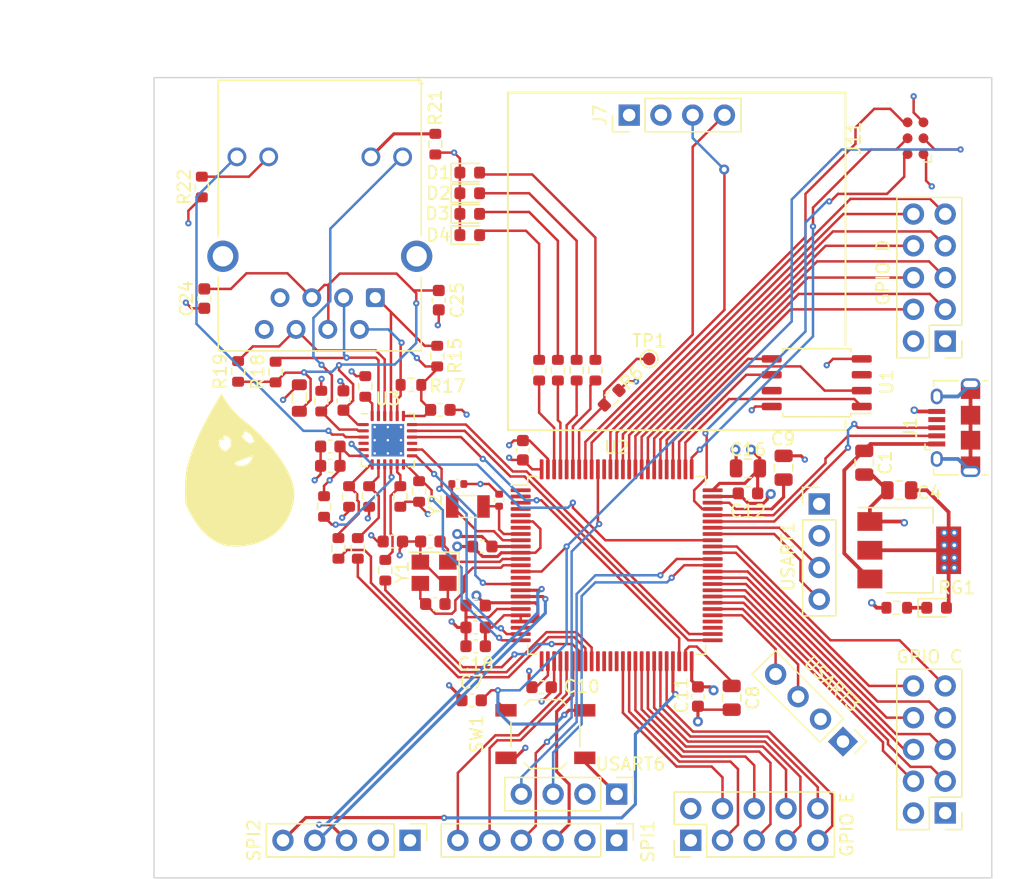
<source format=kicad_pcb>
(kicad_pcb (version 20211014) (generator pcbnew)
  (layers (0 "F.Cu" signal) (1 "In1.Cu" signal) (2 "In2.Cu" signal) (31 "B.Cu" signal) (34 "B.Paste" user) (35 "F.Paste" user) (36 "B.SilkS" user "B.Silkscreen") (37 "F.SilkS" user "F.Silkscreen") (38 "B.Mask" user) (39 "F.Mask" user) (44 "Edge.Cuts" user))
  (net 0 "")
  (net 1 "VPP")
  (net 2 "GND")
  (net 3 "OSC_IN")
  (net 4 "OSC_OUT")
  (net 5 "+3V3")
  (net 6 "RCC_OSC32_IN")
  (net 7 "RCC_OSC32_OUT")
  (net 8 "/NRST")
  (net 9 "Net-(C8-Pad1)")
  (net 10 "Net-(C9-Pad1)")
  (net 11 "Net-(C20-Pad1)")
  (net 12 "Net-(D1-Pad2)")
  (net 13 "Net-(D2-Pad2)")
  (net 14 "Net-(D3-Pad2)")
  (net 15 "Net-(D4-Pad2)")
  (net 16 "Net-(D5-Pad1)")
  (net 17 "/USB_D-")
  (net 18 "/USB_D+")
  (net 20 "unconnected-(J1-Pad6)")
  (net 21 "/GPIO_PD1")
  (net 22 "/GPIO_PD0")
  (net 23 "/GPIO_PD3")
  (net 24 "/GPIO_PD2")
  (net 25 "/GPIO_PD5")
  (net 26 "/GPIO_PD4")
  (net 27 "/GPIO_PD7")
  (net 28 "/GPIO_PD6")
  (net 29 "/GPIO_PE9")
  (net 30 "/GPIO_PE8")
  (net 31 "/GPIO_PE11")
  (net 32 "/GPIO_PE10")
  (net 33 "/GPIO_PE13")
  (net 34 "/GPIO_PE12")
  (net 35 "/GPIO_PE15")
  (net 36 "/GPIO_PE14")
  (net 37 "/USART6_TX")
  (net 38 "/USART1_RX")
  (net 39 "/USART1_TX")
  (net 40 "/USART3_RX")
  (net 41 "/USART3_TX")
  (net 42 "/I2C1_SDA")
  (net 43 "/I2C1_SCL")
  (net 44 "/SPI1_MISO")
  (net 45 "/SPI1_MOSI")
  (net 46 "/SPI1_SCK")
  (net 47 "/SPI1_NSS")
  (net 48 "Net-(J9-Pad1)")
  (net 49 "Net-(J9-Pad2)")
  (net 50 "Net-(J9-Pad3)")
  (net 51 "Net-(J9-Pad6)")
  (net 52 "Net-(J9-Pad9)")
  (net 53 "Net-(J9-Pad10)")
  (net 54 "Net-(J9-Pad12)")
  (net 55 "Net-(J9-Pad11)")
  (net 56 "/GPIO_PD11")
  (net 57 "/GPIO_PD10")
  (net 58 "/GPIO_PD13")
  (net 59 "/GPIO_PD12")
  (net 60 "/GPIO_PD15")
  (net 61 "/GPIO_PD14")
  (net 62 "/GPIO_PC9")
  (net 63 "/GPIO_PC8")
  (net 64 "/LED1")
  (net 65 "/LED2")
  (net 66 "/LED3")
  (net 67 "/LED4")
  (net 68 "Net-(R6-Pad1)")
  (net 69 "/ETH_RXD0")
  (net 70 "Net-(R12-Pad1)")
  (net 71 "/ETH_RXD1")
  (net 72 "Net-(R13-Pad1)")
  (net 73 "Net-(R9-Pad2)")
  (net 74 "/ETH_CRS_DV")
  (net 75 "Net-(R10-Pad2)")
  (net 76 "/ETH_MDIO")
  (net 77 "Net-(R16-Pad1)")
  (net 78 "/SPI3_NSS")
  (net 79 "/SPI3_MISO")
  (net 81 "/SPI3_MOSI")
  (net 82 "/SPI3_SCK")
  (net 91 "/ETH_MDC")
  (net 93 "/ETH_REF_CLK")
  (net 99 "/ETH_TX_EN")
  (net 100 "/ETH_TXD0")
  (net 101 "/ETH_TXD1")
  (net 104 "/RCC_MCO_1")
  (net 105 "/SYS_SWDIO")
  (net 106 "/SYS_SWCLK")
  (net 107 "/SYS_SWO")
  (net 111 "/USART6_RX")
  (net 113 "/SPI2_MISO")
  (net 114 "/SPI2_MOSI")
  (net 115 "/SPI2_SCK")
  (footprint "Capacitor_SMD:C_0603_1608Metric" (layer "F.Cu") (at 144.4 96.8)
    (fp_text reference "C7")
    (fp_text value "100nF")
  )
  (footprint "Resistor_SMD:R_0603_1608Metric" (layer "F.Cu") (at 140.2 80.1 90)
    (fp_text reference "R11" hide)
    (fp_text value "1.5k")
  )
  (footprint "TestPoint:TestPoint_Pad_D1.0mm" (layer "F.Cu") (at 158.6 69.5)
    (fp_text reference "TP1")
    (fp_text value "BOOT0")
  )
  (footprint "Capacitor_SMD:C_0603_1608Metric" (layer "F.Cu") (at 145.25 84.5)
    (fp_text reference "C14" hide)
    (fp_text value "100nF")
  )
  (footprint "Resistor_SMD:R_0603_1608Metric" (layer "F.Cu") (at 178.4 89.4 180)
    (fp_text reference "R5" hide)
    (fp_text value "4.7K")
  )
  (footprint "Package_QFP:LQFP-100_14x14mm_P0.5mm" (layer "F.Cu") (at 156 86)
    (fp_text reference "U2")
    (fp_text value "STM32F417VGTx")
  )
  (footprint "Capacitor_SMD:C_0603_1608Metric" (layer "F.Cu") (at 141.5 89.1)
    (fp_text reference "C3" hide)
    (fp_text value "20pF")
  )
  (footprint "Resistor_SMD:R_0603_1608Metric" (layer "F.Cu") (at 132.6 81.3 -90)
    (fp_text reference "R9" hide)
    (fp_text value "10k")
  )
  (footprint "Connector_PinHeader_2.54mm:PinHeader_1x04_P2.54mm_Vertical" (layer "F.Cu") (at 156 104.3 -90)
    (fp_text reference "J6" hide)
    (fp_text value "USART6")
  )
  (footprint "Resistor_SMD:R_0603_1608Metric" (layer "F.Cu") (at 152.8 70.4 -90)
    (fp_text reference "R2" hide)
    (fp_text value "4.7k")
  )
  (footprint "Capacitor_SMD:C_0603_1608Metric" (layer "F.Cu") (at 133.1 76.5 180)
    (fp_text reference "C23" hide)
    (fp_text value "470pF")
  )
  (footprint "Resistor_SMD:R_0603_1608Metric" (layer "F.Cu") (at 141.65 69.275 90)
    (fp_text reference "R15")
    (fp_text value "49.9R")
  )
  (footprint "Capacitor_SMD:C_0402_1005Metric" (layer "F.Cu") (at 146.6 80.8 90)
    (fp_text reference "C5" hide)
    (fp_text value "3.3pF")
  )
  (footprint "Capacitor_SMD:C_0603_1608Metric" (layer "F.Cu") (at 162.5 96.5 -90)
    (fp_text reference "C11")
    (fp_text value "100nF")
  )
  (footprint "Capacitor_SMD:C_0805_2012Metric" (layer "F.Cu") (at 178.6 80 180)
    (fp_text reference "C4")
    (fp_text value "100nF")
  )
  (footprint "Package_DFN_QFN:QFN-24-1EP_4x4mm_P0.5mm_EP2.6x2.6mm_ThermalVias" (layer "F.Cu") (at 137.7 76)
    (fp_text reference "U3")
    (fp_text value "LAN8742A")
  )
  (footprint "Capacitor_SMD:C_0805_2012Metric" (layer "F.Cu") (at 169.35 78.2 90)
    (fp_text reference "C9")
    (fp_text value "2.2uF")
  )
  (footprint "Capacitor_SMD:C_0603_1608Metric" (layer "F.Cu") (at 141.775 64.8 90)
    (fp_text reference "C25")
    (fp_text value "100nF")
  )
  (footprint "Resistor_SMD:R_0603_1608Metric" (layer "F.Cu") (at 125.725 70.5 90)
    (fp_text reference "R19")
    (fp_text value "49.9R")
  )
  (footprint "Resistor_SMD:R_0603_1608Metric" (layer "F.Cu") (at 122.825 55.75 -90)
    (fp_text reference "R22")
    (fp_text value "270R")
  )
  (footprint "Connector_USB:USB_Micro-B_Amphenol_10118194_Horizontal" (layer "F.Cu") (at 183 75 90)
    (fp_text reference "J1")
    (fp_text value "USB_B_Micro")
  )
  (footprint "Resistor_SMD:R_0603_1608Metric" (layer "F.Cu") (at 155.6 72.6 45)
    (fp_text reference "R6")
    (fp_text value "10k")
  )
  (footprint "Resistor_SMD:R_0603_1608Metric" (layer "F.Cu") (at 128.725 70.55 90)
    (fp_text reference "R18")
    (fp_text value "49.9R")
  )
  (footprint "Package_SO:SOIC-8_5.23x5.23mm_P1.27mm" (layer "F.Cu") (at 172 71.4 180)
    (fp_text reference "U1")
    (fp_text value "W25Q128JVS")
  )
  (footprint "Button_Switch_SMD:SW_SPST_TL3342" (layer "F.Cu") (at 150.3 99.5)
    (fp_text reference "SW1")
    (fp_text value "SW_Push")
  )
  (footprint "Resistor_SMD:R_0603_1608Metric" (layer "F.Cu") (at 138.7 80.5 -90)
    (fp_text reference "R14" hide)
    (fp_text value "10k")
  )
  (footprint "Capacitor_SMD:C_0603_1608Metric" (layer "F.Cu") (at 144.725 92.475 180)
    (fp_text reference "C18")
    (fp_text value "1uF")
  )
  (footprint "LED_SMD:LED_0603_1608Metric" (layer "F.Cu") (at 144.25 54.6)
    (fp_text reference "D1")
    (fp_text value "Yellow")
  )
  (footprint "Capacitor_SMD:C_0805_2012Metric" (layer "F.Cu") (at 165.2 96.6 -90)
    (fp_text reference "C8")
    (fp_text value "2.2uF")
  )
  (footprint "Capacitor_SMD:C_0805_2012Metric" (layer "F.Cu") (at 166.5 78.25 180)
    (fp_text reference "C16")
    (fp_text value "4.7uF")
  )
  (footprint "Crystal:Crystal_SMD_3225-4Pin_3.2x2.5mm" (layer "F.Cu") (at 141.4 86.6 180)
    (fp_text reference "Y1")
    (fp_text value "25MHz")
  )
  (footprint "Capacitor_SMD:C_0603_1608Metric" (layer "F.Cu") (at 134.15 72.825 90)
    (fp_text reference "C21" hide)
    (fp_text value "100nF")
  )
  (footprint "Capacitor_SMD:C_0603_1608Metric" (layer "F.Cu") (at 148.5 76.8 90)
    (fp_text reference "C13" hide)
    (fp_text value "100nF")
  )
  (footprint "Resistor_SMD:R_0603_1608Metric" (layer "F.Cu") (at 133.75 84.65 90)
    (fp_text reference "R8" hide)
    (fp_text value "33R")
  )
  (footprint "Resistor_SMD:R_0603_1608Metric" (layer "F.Cu") (at 134.6 80.5 -90)
    (fp_text reference "R13" hide)
    (fp_text value "10k")
  )
  (footprint "Connector_RJ:RJ45_Hanrun_HR911105A" (layer "F.Cu") (at 136.7 64.6 180)
    (fp_text reference "J9" hide)
    (fp_text value "HR911105A")
  )
  (footprint "Connector_PinHeader_2.54mm:PinHeader_2x05_P2.54mm_Vertical" (layer "F.Cu") (at 182.275 105.81 180)
    (fp_text reference "J10" hide)
    (fp_text value "GPIO C")
  )
  (footprint "Connector_PinHeader_2.54mm:PinHeader_1x06_P2.54mm_Vertical" (layer "F.Cu") (at 156 108 -90)
    (fp_text reference "J8" hide)
    (fp_text value "SPI1")
  )
  (footprint "Resistor_SMD:R_0603_1608Metric" (layer "F.Cu") (at 132.375 72.875 -90)
    (fp_text reference "R20" hide)
    (fp_text value "10k")
  )
  (footprint "Resistor_SMD:R_0603_1608Metric" (layer "F.Cu") (at 141.5 52.325 -90)
    (fp_text reference "R21")
    (fp_text value "270R")
  )
  (footprint "Resistor_SMD:R_0603_1608Metric" (layer "F.Cu") (at 151.3 70.4 -90)
    (fp_text reference "R3" hide)
    (fp_text value "4.7k")
  )
  (footprint "Inductor_SMD:L_0805_2012Metric" (layer "F.Cu") (at 130.625 72.625 -90)
    (fp_text reference "FB1" hide)
    (fp_text value "2.0A/0.050 DCR")
  )
  (footprint "Resistor_SMD:R_0603_1608Metric" (layer "F.Cu") (at 135.9 71.7 90)
    (fp_text reference "R16" hide)
    (fp_text value "12.1k")
  )
  (footprint "Capacitor_SMD:C_0603_1608Metric" (layer "F.Cu") (at 133.1 78.05 180)
    (fp_text reference "C22" hide)
    (fp_text value "1uF")
  )
  (footprint "Resistor_SMD:R_0603_1608Metric" (layer "F.Cu") (at 154.3 70.4 -90)
    (fp_text reference "R1" hide)
    (fp_text value "4.7k")
  )
  (footprint "Capacitor_SMD:C_0603_1608Metric" (layer "F.Cu") (at 144.725 90.975 180)
    (fp_text reference "C17" hide)
    (fp_text value "100nF")
  )
  (footprint "Crystal:Crystal_SMD_3215-2Pin_3.2x1.5mm" (layer "F.Cu") (at 144.1 81.3 180)
    (fp_text reference "Y2")
    (fp_text value "32.768KHz")
  )
  (footprint "Connector_PinHeader_2.54mm:PinHeader_2x05_P2.54mm_Vertical" (layer "F.Cu") (at 161.925 108 90)
    (fp_text reference "J3" hide)
    (fp_text value "GPIO E")
  )
  (footprint "Capacitor_SMD:C_0603_1608Metric" (layer "F.Cu") (at 141.1 84.1 180)
    (fp_text reference "C2" hide)
    (fp_text value "20pF")
  )
  (footprint "LED_SMD:LED_0603_1608Metric" (layer "F.Cu") (at 144.25 59.6)
    (fp_text reference "D4")
    (fp_text value "Red")
  )
  (footprint "Resistor_SMD:R_0603_1608Metric" (layer "F.Cu") (at 149.8 70.4 -90)
    (fp_text reference "R4" hide)
    (fp_text value "4.7k")
  )
  (footprint "Connector_PinHeader_2.54mm:PinHeader_1x04_P2.54mm_Vertical" (layer "F.Cu") (at 157 50 90)
    (fp_text reference "J7")
    (fp_text value "I2C")
  )
  (footprint "LED_SMD:LED_0603_1608Metric" (layer "F.Cu") (at 144.25 56.25)
    (fp_text reference "D2")
    (fp_text value "Blue")
  )
  (footprint "Connector_PinHeader_2.54mm:PinHeader_1x05_P2.54mm_Vertical" (layer "F.Cu") (at 139.475 108 -90)
    (fp_text reference "J12" hide)
    (fp_text value "SPI2")
  )
  (footprint "Capacitor_SMD:C_0603_1608Metric" (layer "F.Cu") (at 144.725 89.225 180)
    (fp_text reference "C15" hide)
    (fp_text value "100nF")
  )
  (footprint "Connector_PinHeader_2.54mm:PinHeader_2x05_P2.54mm_Vertical" (layer "F.Cu") (at 182.275 68.075 180)
    (fp_text reference "J2" hide)
    (fp_text value "GPIO D")
  )
  (footprint "Capacitor_SMD:C_0805_2012Metric" (layer "F.Cu") (at 175.8 77.8 -90)
    (fp_text reference "C1")
    (fp_text value "100nF")
  )
  (footprint "LED_SMD:LED_0603_1608Metric" (layer "F.Cu") (at 144.25 57.9)
    (fp_text reference "D3")
    (fp_text value "Green")
  )
  (footprint "Resistor_SMD:R_0603_1608Metric" (layer "F.Cu") (at 137.5 86.4 90)
    (fp_text reference "R10" hide)
    (fp_text value "33R")
  )
  (footprint "Connector_PinHeader_2.54mm:PinHeader_1x04_P2.54mm_Vertical" (layer "F.Cu") (at 172.2 81.1)
    (fp_text reference "J4" hide)
    (fp_text value "USART1")
  )
  (footprint "Resistor_SMD:R_0603_1608Metric" (layer "F.Cu") (at 136.2 80.5 -90)
    (fp_text reference "R12" hide)
    (fp_text value "10k")
  )
  (footprint "Capacitor_SMD:C_0603_1608Metric" (layer "F.Cu") (at 141.9 73.575)
    (fp_text reference "C20" hide)
    (fp_text value "100nF")
  )
  (footprint "piss:piss" (layer "F.Cu") (at 125.5 78.4)
    (fp_text reference "G***" hide)
    (fp_text value "LOGO" hide)
  )
  (footprint "Resistor_SMD:R_0603_1608Metric" (layer "F.Cu") (at 139.55 71.575 180)
    (fp_text reference "R17")
    (fp_text value "49.9R")
  )
  (footprint "Connector_PinHeader_2.54mm:PinHeader_1x04_P2.54mm_Vertical" (layer "F.Cu") (at 174.1 100.1 -135)
    (fp_text reference "J5" hide)
    (fp_text value "USART3")
  )
  (footprint "Capacitor_SMD:C_0603_1608Metric" (layer "F.Cu") (at 150 95.75 180)
    (fp_text reference "C10")
    (fp_text value "100nF")
  )
  (footprint "Connector:Tag-Connect_TC2030-IDC-FP_2x03_P1.27mm_Vertical" (layer "F.Cu") (at 179.9 51.85 90)
    (fp_text reference "J11")
    (fp_text value "Tag-Connect")
  )
  (footprint "Resistor_SMD:R_0603_1608Metric" (layer "F.Cu") (at 135.3 84.65 90)
    (fp_text reference "R7" hide)
    (fp_text value "33R")
  )
  (footprint "Capacitor_SMD:C_0402_1005Metric" (layer "F.Cu") (at 143.3 79.5)
    (fp_text reference "C6" hide)
    (fp_text value "3.3pF")
  )
  (footprint "Capacitor_SMD:C_0603_1608Metric" (layer "F.Cu") (at 123.025 64.675 90)
    (fp_text reference "C24")
    (fp_text value "100nF")
  )
  (footprint "Capacitor_SMD:C_0603_1608Metric" (layer "F.Cu") (at 138.1 84.1)
    (fp_text reference "C19" hide)
    (fp_text value "100nF")
  )
  (footprint "Package_TO_SOT_SMD:SOT-223-3_TabPin2" (layer "F.Cu") (at 179.4 84.8)
    (fp_text reference "RG1")
    (fp_text value "AMS1117-3.3")
  )
  (footprint "Capacitor_SMD:C_0603_1608Metric" (layer "F.Cu") (at 166.5 80.25 180)
    (fp_text reference "C12")
    (fp_text value "100nF")
  )
  (footprint "LED_SMD:LED_0603_1608Metric" (layer "F.Cu") (at 181.5875 89.4)
    (fp_text reference "D5" hide)
    (fp_text value "PWRLED")
  )
  (gr_line (start 174.3 48.2) (end 147.3 48.2) (layer "F.SilkS") (width 0.15))
  (gr_line (start 174.3 68.4) (end 174.3 48.2) (layer "F.SilkS") (width 0.15))
  (gr_line (start 174.3 75.2) (end 174.3 74.4) (layer "F.SilkS") (width 0.15))
  (gr_line (start 174.3 75.2) (end 147.3 75.2) (layer "F.SilkS") (width 0.15))
  (gr_line (start 147.3 48.2) (end 147.3 75.2) (layer "F.SilkS") (width 0.15))
  (gr_line (start 186 111) (end 119 111) (layer "Edge.Cuts") (width 0.1))
  (gr_line (start 119 111) (end 119 47) (layer "Edge.Cuts") (width 0.1))
  (gr_line (start 119 47) (end 186 47) (layer "Edge.Cuts") (width 0.1))
  (gr_line (start 186 47) (end 186 111) (layer "Edge.Cuts") (width 0.1))
  (segment (start 181.6 76.3) (end 176.3 76.3) (width 0.3) (layer "F.Cu") (net 1))
  (segment (start 176.3 76.3) (end 174.2 78.4) (width 0.3) (layer "F.Cu") (net 1))
  (segment (start 174.2 85.05) (end 176.25 87.1) (width 0.3) (layer "F.Cu") (net 1))
  (segment (start 174.2 78.4) (end 174.2 85.05) (width 0.3) (layer "F.Cu") (net 1))
  (segment (start 143.95 89.225) (end 143.95 90.15) (width 0.25) (layer "F.Cu") (net 2))
  (segment (start 143.625 96.8) (end 143.625 96.625) (width 0.25) (layer "F.Cu") (net 2))
  (segment (start 173.305 69.495) (end 172.8 70) (width 0.2) (layer "F.Cu") (net 2))
  (segment (start 147.9 101.4) (end 148.7 100.6) (width 0.25) (layer "F.Cu") (net 2))
  (segment (start 148.325 89.5) (end 146.441783 89.5) (width 0.2) (layer "F.Cu") (net 2))
  (segment (start 162.775 97.55) (end 162.5 97.275) (width 0.2) (layer "F.Cu") (net 2))
  (segment (start 132.325 78.725) (end 132.325 78.05) (width 0.2) (layer "F.Cu") (net 2))
  (segment (start 143.95 90.975) (end 143.275 90.975) (width 0.25) (layer "F.Cu") (net 2))
  (segment (start 157.55 71.3) (end 156.9 71.3) (width 0.2) (layer "F.Cu") (net 2))
  (segment (start 143 53) (end 141.65 53) (width 0.2) (layer "F.Cu") (net 2))
  (segment (start 140.3 85.75) (end 140.3 84.125) (width 0.2) (layer "F.Cu") (net 2))
  (segment (start 150.5 77.495349) (end 149.029651 76.025) (width 0.2) (layer "F.Cu") (net 2))
  (segment (start 165.55 78.25) (end 165.55 76.8) (width 0.25) (layer "F.Cu") (net 2))
  (segment (start 145.1 79.5) (end 145.78 79.5) (width 0.2) (layer "F.Cu") (net 2))
  (segment (start 132.325 76.5) (end 132.325 78.05) (width 0.2) (layer "F.Cu") (net 2))
  (segment (start 176.25 81.4) (end 176.25 82.5) (width 0.3) (layer "F.Cu") (net 2))
  (segment (start 149.558217 95.75) (end 150.5 94.808217) (width 0.2) (layer "F.Cu") (net 2))
  (segment (start 141.775 66.725) (end 141.7 66.8) (width 0.2) (layer "F.Cu") (net 2))
  (segment (start 149 95.525) (end 149.225 95.75) (width 0.25) (layer "F.Cu") (net 2))
  (segment (start 142.5 87.45) (end 142.5 88.875) (width 0.2) (layer "F.Cu") (net 2))
  (segment (start 150.5 94.808217) (end 150.5 93.675) (width 0.2) (layer "F.Cu") (net 2))
  (segment (start 168.04952 80.727618) (end 167.727618 81.04952) (width 0.25) (layer "F.Cu") (net 2))
  (segment (start 176.25 82.5) (end 178.9 82.5) (width 0.3) (layer "F.Cu") (net 2))
  (segment (start 138.65 84.7) (end 139.25 84.1) (width 0.2) (layer "F.Cu") (net 2))
  (segment (start 143.95 90.975) (end 143.95 92.475) (width 0.25) (layer "F.Cu") (net 2))
  (segment (start 162.5 97.275) (end 162.5 98.5) (width 0.25) (layer "F.Cu") (net 2))
  (segment (start 145.1 79.5) (end 143.78 79.5) (width 0.2) (layer "F.Cu") (net 2))
  (segment (start 143.4625 59.6) (end 143.4625 57.9) (width 0.2) (layer "F.Cu") (net 2))
  (segment (start 141.65 53) (end 141.5 53.15) (width 0.2) (layer "F.Cu") (net 2))
  (segment (start 133.899382 71.276494) (end 134.15 71.527112) (width 0.2) (layer "F.Cu") (net 2))
  (segment (start 177.65 80) (end 176.25 81.4) (width 0.3) (layer "F.Cu") (net 2))
  (segment (start 143.4625 57.9) (end 143.4625 56.25) (width 0.2) (layer "F.Cu") (net 2))
  (segment (start 179.75 49.795) (end 180.535 50.58) (width 0.2) (layer "F.Cu") (net 2))
  (segment (start 143 53) (end 143.4625 53.4625) (width 0.2) (layer "F.Cu") (net 2))
  (segment (start 178.9 82.5) (end 179 82.6) (width 0.3) (layer "F.Cu") (net 2))
  (segment (start 169.35 77.25) (end 170.75 77.25) (width 0.25) (layer "F.Cu") (net 2))
  (segment (start 177.575 89.4) (end 176.8 89.4) (width 0.3) (layer "F.Cu") (net 2))
  (segment (start 149 94.45) (end 149 95.525) (width 0.25) (layer "F.Cu") (net 2))
  (segment (start 143.4625 56.25) (end 143.4625 54.6) (width 0.2) (layer "F.Cu") (net 2))
  (segment (start 141.775 65.575) (end 141.775 66.725) (width 0.2) (layer "F.Cu") (net 2))
  (segment (start 139.25 84.1) (end 140.325 84.1) (width 0.2) (layer "F.Cu") (net 2))
  (segment (start 168.04952 80.3) (end 168.04952 80.727618) (width 0.25) (layer "F.Cu") (net 2))
  (segment (start 142.5 88.875) (end 142.275 89.1) (width 0.2) (layer "F.Cu") (net 2))
  (segment (start 145.22548 83.70048) (end 143.449983 83.70048) (width 0.25) (layer "F.Cu") (net 2))
  (segment (start 138.65 85.2) (end 138.65 84.7) (width 0.2) (layer "F.Cu") (net 2))
  (segment (start 175.6 69.495) (end 173.305 69.495) (width 0.2) (layer "F.Cu") (net 2))
  (segment (start 176.4 78.75) (end 177.65 80) (width 0.3) (layer "F.Cu") (net 2))
  (segment (start 121.75 58.65) (end 121.75 57.65) (width 0.2) (layer "F.Cu") (net 2))
  (segment (start 165.475 80.5) (end 163.675 80.5) (width 0.25) (layer "F.Cu") (net 2))
  (segment (start 179.9 73.7) (end 179.8 73.6) (width 0.3) (layer "F.Cu") (net 2))
  (segment (start 165.55 76.8) (end 165.5 76.75) (width 0.25) (layer "F.Cu") (net 2))
  (segment (start 134.8 70.5) (end 135.175 70.875) (width 0.2) (layer "F.Cu") (net 2))
  (segment (start 142.199022 87.45) (end 140.499022 85.75) (width 0.2) (layer "F.Cu") (net 2))
  (segment (start 156.9 71.3) (end 156.183363 72.016637) (width 0.2) (layer "F.Cu") (net 2))
  (segment (start 143.4625 53.4625) (end 143.4625 54.6) (width 0.2) (layer "F.Cu") (net 2))
  (segment (start 167.727618 81.04952) (end 166.52452 81.04952) (width 0.25) (layer "F.Cu") (net 2))
  (segment (start 143.275 90.975) (end 142.8 90.5) (width 0.25) (layer "F.Cu") (net 2))
  (segment (start 175.8 78.75) (end 176.4 78.75) (width 0.3) (layer "F.Cu") (net 2))
  (segment (start 165.725 80.25) (end 165.475 80.5) (width 0.25) (layer "F.Cu") (net 2))
  (segment (start 122 65.45) (end 121.55 65) (width 0.2) (layer "F.Cu") (net 2))
  (segment (start 123.025 65.45) (end 122 65.45) (width 0.2) (layer "F.Cu") (net 2))
  (segment (start 153.45 101.4) (end 153.45 101.75) (width 0.25) (layer "F.Cu") (net 2))
  (segment (start 149.225 95.75) (end 149.558217 95.75) (width 0.2) (layer "F.Cu") (net 2))
  (segment (start 181.6 73.7) (end 179.9 73.7) (width 0.3) (layer "F.Cu") (net 2))
  (segment (start 121.75 57.65) (end 122.825 56.575) (width 0.2) (layer "F.Cu") (net 2))
  (segment (start 145.78 79.5) (end 146.6 80.32) (width 0.2) (layer "F.Cu") (net 2))
  (segment (start 140.3 84.125) (end 140.325 84.1) (width 0.2) (layer "F.Cu") (net 2))
  (segment (start 146.025 84.5) (end 145.22548 83.70048) (width 0.25) (layer "F.Cu") (net 2))
  (segment (start 142.5 87.45) (end 142.199022 87.45) (width 0.2) (layer "F.Cu") (net 2))
  (segment (start 147.775 76.025) (end 147.4 76.4) (width 0.2) (layer "F.Cu") (net 2))
  (segment (start 153.45 101.75) (end 156 104.3) (width 0.25) (layer "F.Cu") (net 2))
  (segment (start 131.85 79.2) (end 132.325 78.725) (width 0.2) (layer "F.Cu") (net 2))
  (segment (start 176.8 89.4) (end 176.4 89) (width 0.3) (layer "F.Cu") (net 2))
  (segment (start 132.4 71.1) (end 132.375 71.125) (width 0.2) (layer "F.Cu") (net 2))
  (segment (start 140.499022 85.75) (end 140.3 85.75) (width 0.2) (layer "F.Cu") (net 2))
  (segment (start 149.029651 76.025) (end 148.5 76.025) (width 0.2) (layer "F.Cu") (net 2))
  (segment (start 148.325 84.5) (end 146.025 84.5) (width 0.25) (layer "F.Cu") (net 2))
  (segment (start 168.3245 80.3) (end 168.04952 80.3) (width 0.25) (layer "F.Cu") (net 2))
  (segment (start 147.15 101.4) (end 147.9 101.4) (width 0.25) (layer "F.Cu") (net 2))
  (segment (start 170.75 77.25) (end 171.05 77.55) (width 0.25) (layer "F.Cu") (net 2))
  (segment (start 143.449983 83.70048) (end 143.25 83.500497) (width 0.25) (layer "F.Cu") (net 2))
  (segment (start 179.75 48.5) (end 179.75 49.795) (width 0.2) (layer "F.Cu") (net 2))
  (segment (start 148.5 76.025) (end 147.775 76.025) (width 0.2) (layer "F.Cu") (net 2))
  (segment (start 134.15 71.527112) (end 134.15 72.05) (width 0.2) (layer "F.Cu") (net 2))
  (segment (start 165.2 97.55) (end 162.775 97.55) (width 0.2) (layer "F.Cu") (net 2))
  (segment (start 143.95 90.15) (end 143.95 90.975) (width 0.25) (layer "F.Cu") (net 2))
  (segment (start 135.175 70.875) (end 135.9 70.875) (width 0.2) (layer "F.Cu") (net 2))
  (segment (start 143.625 96.625) (end 142.6 95.6) (width 0.25) (layer "F.Cu") (net 2))
  (segment (start 145.791783 90.15) (end 143.95 90.15) (width 0.2) (layer "F.Cu") (net 2))
  (segment (start 146.441783 89.5) (end 145.791783 90.15) (width 0.2) (layer "F.Cu") (net 2))
  (segment (start 150.5 78.325) (end 150.5 77.495349) (width 0.2) (layer "F.Cu") (net 2))
  (segment (start 144 73.95) (end 143.625 73.575) (width 0.2) (layer "F.Cu") (net 2))
  (segment (start 166.52452 81.04952) (end 165.725 80.25) (width 0.25) (layer "F.Cu") (net 2))
  (segment (start 143.625 73.575) (end 142.675 73.575) (width 0.2) (layer "F.Cu") (net 2))
  (segment (start 132.375 71.125) (end 132.375 72.05) (width 0.2) (layer "F.Cu") (net 2))
  (via (at 121.55 65) (size 0.5) (drill 0.2) (layers "F.Cu" "B.Cu") (net 2))
  (via (at 131.85 79.2) (size 0.5) (drill 0.2) (layers "F.Cu" "B.Cu") (net 2))
  (via (at 179.8 73.6) (size 0.6) (drill 0.3) (layers "F.Cu" "B.Cu") (net 2))
  (via (at 141.7 66.8) (size 0.5) (drill 0.2) (layers "F.Cu" "B.Cu") (net 2))
  (via (at 145.1 79.5) (size 0.5) (drill 0.2) (layers "F.Cu" "B.Cu") (net 2))
  (via (at 176.4 89) (size 0.6) (drill 0.3) (layers "F.Cu" "B.Cu") (net 2))
  (via (at 138.65 85.2) (size 0.5) (drill 0.2) (layers "F.Cu" "B.Cu") (net 2))
  (via (at 179.75 48.5) (size 0.5) (drill 0.2) (layers "F.Cu" "B.Cu") (net 2))
  (via (at 148.7 100.6) (size 0.5) (drill 0.2) (layers "F.Cu" "B.Cu") (net 2))
  (via (at 149 94.45) (size 0.5) (drill 0.2) (layers "F.Cu" "B.Cu") (net 2))
  (via (at 165.5 76.75) (size 0.8) (drill 0.4) (layers "F.Cu" "B.Cu") (net 2))
  (via (at 172.8 70) (size 0.5) (drill 0.2) (layers "F.Cu" "B.Cu") (net 2))
  (via (at 143 53) (size 0.5) (drill 0.2) (layers "F.Cu" "B.Cu") (net 2))
  (via (at 142.6 95.6) (size 0.5) (drill 0.2) (layers "F.Cu" "B.Cu") (net 2))
  (via (at 171.05 77.55) (size 0.5) (drill 0.2) (layers "F.Cu" "B.Cu") (net 2))
  (via (at 144 73.95) (size 0.5) (drill 0.2) (layers "F.Cu" "B.Cu") (net 2))
  (via (at 133.899382 71.276494) (size 0.5) (drill 0.2) (layers "F.Cu" "B.Cu") (net 2))
  (via (at 147.4 76.4) (size 0.5) (drill 0.2) (layers "F.Cu" "B.Cu") (net 2))
  (via (at 157.55 71.3) (size 0.5) (drill 0.2) (layers "F.Cu" "B.Cu") (net 2))
  (via (at 143.25 83.500497) (size 0.8) (drill 0.4) (layers "F.Cu" "B.Cu") (net 2))
  (via (at 168.3245 80.3) (size 0.8) (drill 0.4) (layers "F.Cu" "B.Cu") (net 2))
  (via (at 121.75 58.65) (size 0.5) (drill 0.2) (layers "F.Cu" "B.Cu") (net 2))
  (via (at 142.8 90.5) (size 0.5) (drill 0.2) (layers "F.Cu" "B.Cu") (net 2))
  (via (at 179 82.6) (size 0.6) (drill 0.3) (layers "F.Cu" "B.Cu") (net 2))
  (via (at 132.4 71.1) (size 0.5) (drill 0.2) (layers "F.Cu" "B.Cu") (net 2))
  (via (at 134.8 70.5) (size 0.5) (drill 0.2) (layers "F.Cu" "B.Cu") (net 2))
  (via (at 162.5 98.5) (size 0.8) (drill 0.4) (layers "F.Cu" "B.Cu") (net 2))
  (segment (start 146.8775 85.5) (end 146.653459 85.72404) (width 0.2) (layer "F.Cu") (net 3))
  (segment (start 142.5 85.75) (end 142.5 84.725) (width 0.2) (layer "F.Cu") (net 3))
  (segment (start 142.5 84.725) (end 141.875 84.1) (width 0.2) (layer "F.Cu") (net 3))
  (segment (start 146.653459 85.72404) (end 142.52596 85.72404) (width 0.2) (layer "F.Cu") (net 3))
  (segment (start 142.52596 85.72404) (end 142.5 85.75) (width 0.2) (layer "F.Cu") (net 3))
  (segment (start 148.325 85.5) (end 146.8775 85.5) (width 0.2) (layer "F.Cu") (net 3))
  (segment (start 142.82548 89.87452) (end 143.1 89.6) (width 0.2) (layer "F.Cu") (net 4))
  (segment (start 143.8 86.9) (end 144.5 86.2) (width 0.2) (layer "F.Cu") (net 4))
  (segment (start 143.1 89.6) (end 143.1 88.8) (width 0.2) (layer "F.Cu") (net 4))
  (segment (start 141.49952 89.87452) (end 142.82548 89.87452) (width 0.2) (layer "F.Cu") (net 4))
  (segment (start 146.942506 86) (end 148.325 86) (width 0.2) (layer "F.Cu") (net 4))
  (segment (start 146.742506 86.2) (end 146.942506 86) (width 0.2) (layer "F.Cu") (net 4))
  (segment (start 140.3 87.45) (end 140.3 88.675) (width 0.2) (layer "F.Cu") (net 4))
  (segment (start 140.725 89.1) (end 141.49952 89.87452) (width 0.2) (layer "F.Cu") (net 4))
  (segment (start 140.3 88.675) (end 140.725 89.1) (width 0.2) (layer "F.Cu") (net 4))
  (segment (start 144.5 86.2) (end 146.742506 86.2) (width 0.2) (layer "F.Cu") (net 4))
  (segment (start 143.1 88.8) (end 143.8 88.1) (width 0.2) (layer "F.Cu") (net 4))
  (segment (start 143.8 88.1) (end 143.8 86.9) (width 0.2) (layer "F.Cu") (net 4))
  (segment (start 148.5 77.575) (end 147.575 77.575) (width 0.2) (layer "F.Cu") (net 5))
  (segment (start 180.535 53.12) (end 180.744821 53.329821) (width 0.2) (layer "F.Cu") (net 5))
  (segment (start 163.475 95.725) (end 163.75 96) (width 0.25) (layer "F.Cu") (net 5))
  (segment (start 149.3 82.5) (end 149.9 83.1) (width 0.2) (layer "F.Cu") (net 5))
  (segment (start 148.325 90) (end 147 90) (width 0.2) (layer "F.Cu") (net 5))
  (segment (start 162 95.225) (end 162.5 95.725) (width 0.25) (layer "F.Cu") (net 5))
  (segment (start 182.55 81.75) (end 182.55 84.8) (width 0.3) (layer "F.Cu") (net 5))
  (segment (start 167.45 78.25) (end 167.45 77.45) (width 0.25) (layer "F.Cu") (net 5))
  (segment (start 140.2 80.925) (end 139.1 80.925) (width 0.2) (layer "F.Cu") (net 5))
  (segment (start 134.6 81.65) (end 134.6 81.325) (width 0.2) (layer "F.Cu") (net 5))
  (segment (start 145.725 89) (end 145.5 89.225) (width 0.25) (layer "F.Cu") (net 5))
  (segment (start 167.095 73.305) (end 166.8 73.6) (width 0.2) (layer "F.Cu") (net 5))
  (segment (start 163.675 80) (end 164.22452 79.45048) (width 0.25) (layer "F.Cu") (net 5))
  (segment (start 146.777138 85) (end 146.477618 85.29952) (width 0.25) (layer "F.Cu") (net 5))
  (segment (start 137.45 77.9375) (end 137.45 83.975) (width 0.2) (layer "F.Cu") (net 5))
  (segment (start 167.275 78.425) (end 167.45 78.25) (width 0.25) (layer "F.Cu") (net 5))
  (segment (start 151 93.675) (end 151 95.525) (width 0.2) (layer "F.Cu") (net 5))
  (segment (start 149.9 84.6) (end 149.5 85) (width 0.2) (layer "F.Cu") (net 5))
  (segment (start 139.1 80.925) (end 138.7 81.325) (width 0.2) (layer "F.Cu") (net 5))
  (segment (start 145.5 90.975) (end 145.5 92.475) (width 0.25) (layer "F.Cu") (net 5))
  (segment (start 145.27452 85.29952) (end 144.475 84.5) (width 0.25) (layer "F.Cu") (net 5))
  (segment (start 180.8 80) (end 182.55 81.75) (width 0.3) (layer "F.Cu") (net 5))
  (segment (start 150.775 96.125) (end 150.775 95.75) (width 0.2) (layer "F.Cu") (net 5))
  (segment (start 137.45 83.975) (end 137.325 84.1) (width 0.2) (layer "F.Cu") (net 5))
  (segment (start 148.325 89) (end 149.5 89) (width 0.25) (layer "F.Cu") (net 5))
  (segment (start 146.477618 85.29952) (end 145.27452 85.29952) (width 0.25) (layer "F.Cu") (net 5))
  (segment (start 149.9 83.1) (end 149.9 84.6) (width 0.2) (layer "F.Cu") (net 5))
  (segment (start 149.7 89.2) (end 149.7 90.1) (width 0.25) (layer "F.Cu") (net 5))
  (segment (start 180.744821 53.329821) (end 180.744821 55.244821) (width 0.2) (layer "F.Cu") (net 5))
  (segment (start 179.55 80) (end 180.8 80) (width 0.3) (layer "F.Cu") (net 5))
  (segment (start 168.4 73.305) (end 167.095 73.305) (width 0.2) (layer "F.Cu") (net 5))
  (segment (start 150 96.9) (end 150.775 96.125) (width 0.2) (layer "F.Cu") (net 5))
  (segment (start 136.2 82.15) (end 136.1 82.25) (width 0.2) (layer "F.Cu") (net 5))
  (segment (start 148.325 85) (end 146.777138 85) (width 0.25) (layer "F.Cu") (net 5))
  (segment (start 145.5 89.1353) (end 144.785081 88.420381) (width 0.25) (layer "F.Cu") (net 5))
  (segment (start 149.5 89) (end 149.7 89.2) (width 0.25) (layer "F.Cu") (net 5))
  (segment (start 133.875 76.5) (end 134.625 77.25) (width 0.2) (layer "F.Cu") (net 5))
  (segment (start 140.2 80.925) (end 140.2 81.2) (width 0.2) (layer "F.Cu") (net 5))
  (segment (start 148.325 90.5) (end 148.325 90) (width 0.2) (layer "F.Cu") (net 5))
  (segment (start 134.05 82.2) (end 134.6 81.65) (width 0.2) (layer "F.Cu") (net 5))
  (segment (start 130.625 71.5625) (end 130.5375 71.5625) (width 0.2) (layer "F.Cu") (net 5))
  (segment (start 166.24952 79.45048) (end 167.45 78.25) (width 0.25) (layer "F.Cu") (net 5))
  (segment (start 136.2 81.325) (end 136.2 82.15) (width 0.2) (layer "F.Cu") (net 5))
  (segment (start 148.325 82.5) (end 149.3 82.5) (width 0.2) (layer "F.Cu") (net 5))
  (segment (start 147 90) (end 146.025 90.975) (width 0.2) (layer "F.Cu") (net 5))
  (segment (start 145.5 89.225) (end 145.5 89.1353) (width 0.25) (layer "F.Cu") (net 5))
  (segment (start 149.5 85) (end 148.325 85) (width 0.2) (layer "F.Cu") (net 5))
  (segment (start 162 93.675) (end 162 95.225) (width 0.25) (layer "F.Cu") (net 5))
  (segment (start 176.25 84.8) (end 182.55 84.8) (width 0.3) (layer "F.Cu") (net 5))
  (segment (start 132.6 79.65) (end 132.6 80.475) (width 0.2) (layer "F.Cu") (net 5))
  (segment (start 133.05 79.2) (end 133.875 78.375) (width 0.2) (layer "F.Cu") (net 5))
  (segment (start 180.744821 55.244821) (end 181.2 55.7) (width 0.2) (layer "F.Cu") (net 5))
  (segment (start 150 78.325) (end 149.25 78.325) (width 0.2) (layer "F.Cu") (net 5))
  (segment (start 148.325 89) (end 145.725 89) (width 0.25) (layer "F.Cu") (net 5))
  (segment (start 149.25 78.325) (end 148.5 77.575) (width 0.2) (layer "F.Cu") (net 5))
  (segment (start 149.3 90.5) (end 148.325 90.5) (width 0.25) (layer "F.Cu") (net 5))
  (segment (start 133.875 78.375) (end 133.875 78.05) (width 0.2) (layer "F.Cu") (net 5))
  (segment (start 167.45 77.45) (end 166.75 76.75) (width 0.25) (layer "F.Cu") (net 5))
  (segment (start 145.5 89.225) (end 145.725 89.225) (width 0.25) (layer "F.Cu") (net 5))
  (segment (start 151 95.525) (end 150.775 95.75) (width 0.2) (layer "F.Cu") (net 5))
  (segment (start 136.875 84.1) (end 136.375 83.6) (width 0.2) (layer "F.Cu") (net 5))
  (segment (start 130.5375 71.5625) (end 129.325 72.775) (width 0.2) (layer "F.Cu") (net 5))
  (segment (start 146.025 90.975) (end 145.5 90.975) (width 0.2) (layer "F.Cu") (net 5))
  (segment (start 167.275 80.25) (end 167.275 78.425) (width 0.25) (layer "F.Cu") (net 5))
  (segment (start 140.2 81.2) (end 140.9 81.9) (width 0.2) (layer "F.Cu") (net 5))
  (segment (start 137.325 84.1) (end 136.875 84.1) (width 0.2) (layer "F.Cu") (net 5))
  (segment (start 134.625 77.25) (end 135.7625 77.25) (width 0.2) (layer "F.Cu") (net 5))
  (segment (start 164.22452 79.45048) (end 166.24952 79.45048) (width 0.25) (layer "F.Cu") (net 5))
  (segment (start 149.7 90.1) (end 149.3 90.5) (width 0.25) (layer "F.Cu") (net 5))
  (segment (start 133.875 76.5) (end 133.875 78.05) (width 0.2) (layer "F.Cu") (net 5))
  (segment (start 144.475 84.5) (end 143.25 84.5) (width 0.25) (layer "F.Cu") (net 5))
  (segment (start 182.375 89.4) (end 182.55 89.225) (width 0.3) (layer "F.Cu") (net 5))
  (segment (start 133.05 79.2) (end 132.6 79.65) (width 0.2) (layer "F.Cu") (net 5))
  (segment (start 147.575 77.575) (end 147.4 77.4) (width 0.2) (layer "F.Cu") (net 5))
  (segment (start 182.55 89.225) (end 182.55 84.8) (width 0.3) (layer "F.Cu") (net 5))
  (segment (start 162.5 95.725) (end 163.475 95.725) (width 0.25) (layer "F.Cu") (net 5))
  (via (at 147.4 77.4) (size 0.5) (drill 0.2) (layers "F.Cu" "B.Cu") (net 5))
  (via (at 133.05 79.2) (size 0.5) (drill 0.2) (layers "F.Cu" "B.Cu") (net 5))
  (via (at 150 96.9) (size 0.5) (drill 0.2) (layers "F.Cu" "B.Cu") (net 5))
  (via (at 181.2 55.7) (size 0.5) (drill 0.2) (layers "F.Cu" "B.Cu") (net 5))
  (via (at 163.75 96) (size 0.8) (drill 0.4) (layers "F.Cu" "B.Cu") (net 5))
  (via (at 183 84.4) (size 0.6) (drill 0.3) (layers "F.Cu" "B.Cu") (net 5))
  (via (at 140.9 81.9) (size 0.5) (drill 0.2) (layers "F.Cu" "B.Cu") (net 5))
  (via (at 129.325 72.775) (size 0.5) (drill 0.2) (layers "F.Cu" "B.Cu") (net 5))
  (via (at 182.2 86.2) (size 0.6) (drill 0.3) (layers "F.Cu" "B.Cu") (net 5))
  (via (at 166.75 76.75) (size 0.8) (drill 0.4) (layers "F.Cu" "B.Cu") (net 5))
  (via (at 183 85.4) (size 0.6) (drill 0.3) (layers "F.Cu" "B.Cu") (net 5))
  (via (at 136.1 82.25) (size 0.5) (drill 0.2) (layers "F.Cu" "B.Cu") (net 5))
  (via (at 182.2 84.4) (size 0.6) (drill 0.3) (layers "F.Cu" "B.Cu") (net 5))
  (via (at 134.05 82.2) (size 0.5) (drill 0.2) (layers "F.Cu" "B.Cu") (net 5))
  (via (at 144.785081 88.420381) (size 0.8) (drill 0.4) (layers "F.Cu" "B.Cu") (net 5))
  (via (at 166.8 73.6) (size 0.5) (drill 0.2) (layers "F.Cu" "B.Cu") (net 5))
  (via (at 182.2 83.4) (size 0.6) (drill 0.3) (layers "F.Cu" "B.Cu") (net 5))
  (via (at 183 86.2) (size 0.6) (drill 0.3) (layers "F.Cu" "B.Cu") (net 5))
  (via (at 182.2 85.4) (size 0.6) (drill 0.3) (layers "F.Cu" "B.Cu") (net 5))
  (via (at 143.25 84.5) (size 0.8) (drill 0.4) (layers "F.Cu" "B.Cu") (net 5))
  (via (at 136.375 83.6) (size 0.5) (drill 0.2) (layers "F.Cu" "B.Cu") (net 5))
  (via (at 183 83.4) (size 0.6) (drill 0.3) (layers "F.Cu" "B.Cu") (net 5))
  (segment (start 146.6 83.134994) (end 146.6 81.28) (width 0.2) (layer "F.Cu") (net 6))
  (segment (start 146.965006 83.5) (end 146.6 83.134994) (width 0.2) (layer "F.Cu") (net 6))
  (segment (start 145.37 81.28) (end 145.35 81.3) (width 0.2) (layer "F.Cu") (net 6))
  (segment (start 146.6 81.28) (end 145.37 81.28) (width 0.2) (layer "F.Cu") (net 6))
  (segment (start 148.325 83.5) (end 146.965006 83.5) (width 0.2) (layer "F.Cu") (net 6))
  (segment (start 146.200481 83.27596) (end 144.82596 83.27596) (width 0.2) (layer "F.Cu") (net 7))
  (segment (start 142.82 81.27) (end 142.85 81.3) (width 0.2) (layer "F.Cu") (net 7))
  (segment (start 148.325 84) (end 146.9 84) (width 0.2) (layer "F.Cu") (net 7))
  (segment (start 146.9 84) (end 146.200481 83.300481) (width 0.2) (layer "F.Cu") (net 7))
  (segment (start 144.82596 83.27596) (end 142.85 81.3) (width 0.2) (layer "F.Cu") (net 7))
  (segment (start 142.82 79.5) (end 142.82 81.27) (width 0.2) (layer "F.Cu") (net 7))
  (segment (start 146.200481 83.300481) (end 146.200481 83.27596) (width 0.2) (layer "F.Cu") (net 7))
  (segment (start 148.325 86.5) (end 150 86.5) (width 0.2) (layer "F.Cu") (net 8))
  (segment (start 145.975 96) (end 145.175 96.8) (width 0.2) (layer "F.Cu") (net 8))
  (segment (start 183.498029 52.751971) (end 181.436971 52.751971) (width 0.2) (layer "F.Cu") (net 8))
  (segment (start 146.5 96.95) (end 147.15 97.6) (width 0.2) (layer "F.Cu") (net 8))
  (segment (start 146.5 96) (end 145.975 96) (width 0.2) (layer "F.Cu") (net 8))
  (segment (start 146.5 96) (end 146.5 96.95) (width 0.2) (layer "F.Cu") (net 8))
  (segment (start 151.815934 97.964474) (end 152.180408 97.6) (width 0.25) (layer "F.Cu") (net 8))
  (segment (start 152.180408 97.6) (end 153.45 97.6) (width 0.25) (layer "F.Cu") (net 8))
  (segment (start 183.5 52.75) (end 183.498029 52.751971) (width 0.2) (layer "F.Cu") (net 8))
  (segment (start 150 86.5) (end 152 84.5) (width 0.2) (layer "F.Cu") (net 8))
  (segment (start 181.436971 52.751971) (end 180.535 51.85) (width 0.2) (layer "F.Cu") (net 8))
  (via (at 146.5 96) (size 0.5) (drill 0.2) (layers "F.Cu" "B.Cu") (net 8))
  (via (at 152 84.5) (size 0.5) (drill 0.2) (layers "F.Cu" "B.Cu") (net 8))
  (via (at 183.5 52.75) (size 0.5) (drill 0.2) (layers "F.Cu" "B.Cu") (net 8))
  (via (at 151.815934 97.964474) (size 0.5) (drill 0.2) (layers "F.Cu" "B.Cu") (net 8))
  (segment (start 146.5 96) (end 148.25 96) (width 0.2) (layer "B.Cu") (net 8))
  (segment (start 183.498029 52.751971) (end 173.998029 52.751971) (width 0.2) (layer "B.Cu") (net 8))
  (segment (start 152.00144 92.24856) (end 152.00144 84.50144) (width 0.2) (layer "B.Cu") (net 8))
  (segment (start 170 66.5) (end 152 84.5) (width 0.2) (layer "B.Cu") (net 8))
  (segment (start 173.998029 52.751971) (end 170 56.75) (width 0.2) (layer "B.Cu") (net 8))
  (segment (start 152.00144 84.50144) (end 152 84.5) (width 0.2) (layer "B.Cu") (net 8))
  (segment (start 148.25 96) (end 152.00144 92.24856) (width 0.2) (layer "B.Cu") (net 8))
  (segment (start 151.815934 97.964474) (end 151.080408 98.7) (width 0.25) (layer "B.Cu") (net 8))
  (segment (start 151.080408 98.7) (end 147.5 98.7) (width 0.25) (layer "B.Cu") (net 8))
  (segment (start 183.5 52.75) (end 183.498029 52.751971) (width 0.2) (layer "B.Cu") (net 8))
  (segment (start 146.5 97.7) (end 146.5 96) (width 0.25) (layer "B.Cu") (net 8))
  (segment (start 147.5 98.7) (end 146.5 97.7) (width 0.25) (layer "B.Cu") (net 8))
  (segment (start 170 56.75) (end 170 66.5) (width 0.2) (layer "B.Cu") (net 8))
  (segment (start 161.8 92.5) (end 162.4 92.5) (width 0.2) (layer "F.Cu") (net 9))
  (segment (start 162.4 92.5) (end 165.2 95.3) (width 0.2) (layer "F.Cu") (net 9))
  (segment (start 161.5 93.675) (end 161.5 92.8) (width 0.2) (layer "F.Cu") (net 9))
  (segment (start 161.5 92.8) (end 161.8 92.5) (width 0.2) (layer "F.Cu") (net 9))
  (segment (start 165.2 95.3) (end 165.2 95.65) (width 0.2) (layer "F.Cu") (net 9))
  (segment (start 165 81) (end 165.5 81.5) (width 0.2) (layer "F.Cu") (net 10))
  (segment (start 169.35 80.55) (end 168.4 81.5) (width 0.25) (layer "F.Cu") (net 10))
  (segment (start 163.675 81) (end 165 81) (width 0.2) (layer "F.Cu") (net 10))
  (segment (start 169.35 79.15) (end 169.35 80.55) (width 0.25) (layer "F.Cu") (net 10))
  (segment (start 165.5 81.5) (end 168.4 81.5) (width 0.2) (layer "F.Cu") (net 10))
  (segment (start 134.92452 71.52452) (end 134.92452 72.82548) (width 0.2) (layer "F.Cu") (net 11))
  (segment (start 132.635 63.585) (end 132.94 63.585) (width 0.2) (layer "F.Cu") (net 11))
  (segment (start 141.65 70.3) (end 141.65 70.1) (width 0.2) (layer "F.Cu") (net 11))
  (segment (start 141.775 64.025) (end 139.75 64.025) (width 0.2) (layer "F.Cu") (net 11))
  (segment (start 134.92452 72.82548) (end 134.15 73.6) (width 0.2) (layer "F.Cu") (net 11))
  (segment (start 140.375 72.825) (end 141.125 73.575) (width 0.2) (layer "F.Cu") (net 11))
  (segment (start 138.95 74.0625) (end 140.6375 74.0625) (width 0.2) (layer "F.Cu") (net 11))
  (segment (start 135.3 74.75) (end 134.15 73.6) (width 0.2) (layer "F.Cu") (net 11))
  (segment (start 132.94 63.585) (end 132.94 67.1) (width 0.2) (layer "F.Cu") (net 11))
  (segment (start 133.8 70) (end 133.8 70.4) (width 0.2) (layer "F.Cu") (net 11))
  (segment (start 133.85 62.675) (end 132.94 63.585) (width 0.2) (layer "F.Cu") (net 11))
  (segment (start 140.375 71.575) (end 141.65 70.3) (width 0.2) (layer "F.Cu") (net 11))
  (segment (start 141.65 70.1) (end 140.7 70.1) (width 0.2) (layer "F.Cu") (net 11))
  (segment (start 140.6375 74.0625) (end 141.125 73.575) (width 0.2) (layer "F.Cu") (net 11))
  (segment (start 132.94 67.1) (end 132.9 67.14) (width 0.2) (layer "F.Cu") (net 11))
  (segment (start 139.975 64.25) (end 139.75 64.025) (width 0.2) (layer "F.Cu") (net 11))
  (segment (start 126.4 62.65) (end 125.15 63.9) (width 0.2) (layer "F.Cu") (net 11))
  (segment (start 140.375 71.575) (end 140.375 72.825) (width 0.2) (layer "F.Cu") (net 11))
  (segment (start 133.8 70.4) (end 134.92452 71.52452) (width 0.2) (layer "F.Cu") (net 11))
  (segment (start 129.5 70.6) (end 128.725 71.375) (width 0.2) (layer "F.Cu") (net 11))
  (segment (start 125.725 71.325) (end 128.675 71.325) (width 0.2) (layer "F.Cu") (net 11))
  (segment (start 131 70.575) (end 130.975 70.6) (width 0.2) (layer "F.Cu") (net 11))
  (segment (start 135.7625 74.75) (end 135.3 74.75) (width 0.2) (layer "F.Cu") (net 11))
  (segment (start 131.52452 72.78798) (end 130.625 73.6875) (width 0.2) (layer "F.Cu") (net 11))
  (segment (start 131.62 64.6) (end 132.635 63.585) (width 0.2) (layer "F.Cu") (net 11))
  (segment (start 140.7 70.1) (end 140.025 69.425) (width 0.2) (layer "F.Cu") (net 11))
  (segment (start 131 70.575) (end 131.52452 71.09952) (width 0.2) (layer "F.Cu") (net 11))
  (segment (start 125.15 63.9) (end 123.025 63.9) (width 0.2) (layer "F.Cu") (net 11))
  (segment (start 129.67 62.65) (end 126.4 62.65) (width 0.2) (layer "F.Cu") (net 11))
  (segment (start 130.975 70.6) (end 129.5 70.6) (width 0.2) (layer "F.Cu") (net 11))
  (segment (start 139.75 64.025) (end 138.4 62.675) (width 0.2) (layer "F.Cu") (net 11))
  (segment (start 139.975 65.05) (end 139.975 64.25) (width 0.2) (layer "F.Cu") (net 11))
  (segment (start 131.52452 71.09952) (end 131.52452 72.78798) (width 0.2) (layer "F.Cu") (net 11))
  (segment (start 138.4 62.675) (end 133.85 62.675) (width 0.2) (layer "F.Cu") (net 11))
  (segment (start 128.675 71.325) (end 128.725 71.375) (width 0.2) (layer "F.Cu") (net 11))
  (segment (start 131.62 64.6) (end 129.67 62.65) (width 0.2) (layer "F.Cu") (net 11))
  (via (at 140.025 69.425) (size 0.5) (drill 0.2) (layers "F.Cu" "B.Cu") (net 11))
  (via (at 133.8 70) (size 0.5) (drill 0.2) (layers "F.Cu" "B.Cu") (net 11))
  (via (at 131 70.575) (size 0.5) (drill 0.2) (layers "F.Cu" "B.Cu") (net 11))
  (via (at 139.975 65.05) (size 0.5) (drill 0.2) (layers "F.Cu" "B.Cu") (net 11))
  (segment (start 131.049511 70.525489) (end 133.249511 70.525489) (width 0.2) (layer "B.Cu") (net 11))
  (segment (start 133.775 70) (end 133.8 70) (width 0.2) (layer "B.Cu") (net 11))
  (segment (start 133.249511 70.525489) (end 133.775 70) (width 0.2) (layer "B.Cu") (net 11))
  (segment (start 138.25 69.95) (end 139.3625 68.8375) (width 0.2) (layer "B.Cu") (net 11))
  (segment (start 139.3625 68.8375) (end 139.975 68.225) (width 0.2) (layer "B.Cu") (net 11))
  (segment (start 131 70.575) (end 131.049511 70.525489) (width 0.2) (layer "B.Cu") (net 11))
  (segment (start 133.8 70) (end 133.85 69.95) (width 0.2) (layer "B.Cu") (net 11))
  (segment (start 133.85 69.95) (end 138.25 69.95) (width 0.2) (layer "B.Cu") (net 11))
  (segment (start 139.975 68.225) (end 139.975 65.05) (width 0.2) (layer "B.Cu") (net 11))
  (segment (start 140.025 69.425) (end 139.4375 68.8375) (width 0.2) (layer "B.Cu") (net 11))
  (segment (start 139.4375 68.8375) (end 139.3625 68.8375) (width 0.2) (layer "B.Cu") (net 11))
  (segment (start 145.0375 54.6) (end 145.1875 54.75) (width 0.2) (layer "F.Cu") (net 12))
  (segment (start 154.3 59.8) (end 154.3 69.575) (width 0.2) (layer "F.Cu") (net 12))
  (segment (start 149.25 54.75) (end 154.3 59.8) (width 0.2) (layer "F.Cu") (net 12))
  (segment (start 145.1875 54.75) (end 149.25 54.75) (width 0.2) (layer "F.Cu") (net 12))
  (segment (start 152.8 69.575) (end 152.8 60.05) (width 0.2) (layer "F.Cu") (net 13))
  (segment (start 152.8 60.05) (end 149 56.25) (width 0.2) (layer "F.Cu") (net 13))
  (segment (start 149 56.25) (end 145.0375 56.25) (width 0.2) (layer "F.Cu") (net 13))
  (segment (start 149 57.75) (end 151.3 60.05) (width 0.2) (layer "F.Cu") (net 14))
  (segment (start 145.1875 57.75) (end 149 57.75) (width 0.2) (layer "F.Cu") (net 14))
  (segment (start 145.0375 57.9) (end 145.1875 57.75) (width 0.2) (layer "F.Cu") (net 14))
  (segment (start 151.3 60.05) (end 151.3 69.575) (width 0.2) (layer "F.Cu") (net 14))
  (segment (start 145.3875 59.25) (end 145.0375 59.6) (width 0.2) (layer "F.Cu") (net 15))
  (segment (start 148.75 59.25) (end 145.3875 59.25) (width 0.2) (layer "F.Cu") (net 15))
  (segment (start 149.8 60.3) (end 148.75 59.25) (width 0.2) (layer "F.Cu") (net 15))
  (segment (start 149.8 69.575) (end 149.8 60.3) (width 0.2) (layer "F.Cu") (net 15))
  (segment (start 180.8 89.4) (end 179.225 89.4) (width 0.3) (layer "F.Cu") (net 16))
  (segment (start 174.505263 75.65) (end 181.6 75.65) (width 0.2) (layer "F.Cu") (net 17))
  (segment (start 163.675 82) (end 168.534994 82) (width 0.2) (layer "F.Cu") (net 17))
  (segment (start 172.7 77.834994) (end 172.7 77.455263) (width 0.2) (layer "F.Cu") (net 17))
  (segment (start 172.7 77.455263) (end 174.505263 75.65) (width 0.2) (layer "F.Cu") (net 17))
  (segment (start 168.534994 82) (end 172.7 77.834994) (width 0.2) (layer "F.Cu") (net 17))
  (segment (start 175.3 75) (end 181.6 75) (width 0.2) (layer "F.Cu") (net 18))
  (segment (start 174.5 76.6) (end 168.6 82.5) (width 0.2) (layer "F.Cu") (net 18))
  (segment (start 168.6 82.5) (end 163.675 82.5) (width 0.2) (layer "F.Cu") (net 18))
  (segment (start 175 74.7) (end 175.3 75) (width 0.2) (layer "F.Cu") (net 18))
  (via (at 175 74.7) (size 0.5) (drill 0.2) (layers "F.Cu" "B.Cu") (net 18))
  (via (at 174.5 76.6) (size 0.5) (drill 0.2) (layers "F.Cu" "B.Cu") (net 18))
  (segment (start 174.5 75.2) (end 175 74.7) (width 0.2) (layer "B.Cu") (net 18))
  (segment (start 174.5 76.6) (end 174.5 75.2) (width 0.2) (layer "B.Cu") (net 18))
  (segment (start 184.3 72.1) (end 184.3 71.5) (width 0.3) (layer "F.Cu") (net 20))
  (segment (start 184.3 77.9) (end 184.3 78.5) (width 0.3) (layer "F.Cu") (net 20))
  (segment (start 184.3 74) (end 184.3 76) (width 0.3) (layer "F.Cu") (net 20))
  (segment (start 184.3 72.1) (end 184.3 74) (width 0.3) (layer "F.Cu") (net 20))
  (segment (start 184.3 76) (end 184.3 77.9) (width 0.3) (layer "F.Cu") (net 20))
  (segment (start 183.3 72.5) (end 184.3 71.5) (width 0.3) (layer "B.Cu") (net 20))
  (segment (start 183.3 77.5) (end 184.3 78.5) (width 0.3) (layer "B.Cu") (net 20))
  (segment (start 181.6 77.5) (end 183.3 77.5) (width 0.3) (layer "B.Cu") (net 20))
  (segment (start 181.6 72.5) (end 183.3 72.5) (width 0.3) (layer "B.Cu") (net 20))
  (segment (start 162.175278 72.699692) (end 169.73949 65.13548) (width 0.2) (layer "F.Cu") (net 21))
  (segment (start 170.562154 64.3) (end 181.04 64.3) (width 0.2) (layer "F.Cu") (net 21))
  (segment (start 162.162462 72.699692) (end 162.175278 72.699692) (width 0.2) (layer "F.Cu") (net 21))
  (segment (start 169.73949 65.13548) (end 169.73949 65.122664) (width 0.2) (layer "F.Cu") (net 21))
  (segment (start 159 78.325) (end 159 75.862154) (width 0.2) (layer "F.Cu") (net 21))
  (segment (start 169.73949 65.122664) (end 170.562154 64.3) (width 0.2) (layer "F.Cu") (net 21))
  (segment (start 181.04 64.3) (end 182.275 65.535) (width 0.2) (layer "F.Cu") (net 21))
  (segment (start 159 75.862154) (end 162.162462 72.699692) (width 0.2) (layer "F.Cu") (net 21))
  (segment (start 162.327949 73.099211) (end 162.340765 73.099211) (width 0.2) (layer "F.Cu") (net 22))
  (segment (start 159.5 78.325) (end 159.5 75.92716) (width 0.2) (layer "F.Cu") (net 22))
  (segment (start 169.904976 65.535) (end 179.735 65.535) (width 0.2) (layer "F.Cu") (net 22))
  (segment (start 162.340765 73.099211) (end 169.904976 65.535) (width 0.2) (layer "F.Cu") (net 22))
  (segment (start 159.5 75.92716) (end 162.327949 73.099211) (width 0.2) (layer "F.Cu") (net 22))
  (segment (start 158 78.325) (end 158 75.732142) (width 0.2) (layer "F.Cu") (net 23))
  (segment (start 158 75.732142) (end 172.032142 61.7) (width 0.2) (layer "F.Cu") (net 23))
  (segment (start 180.98 61.7) (end 182.275 62.995) (width 0.2) (layer "F.Cu") (net 23))
  (segment (start 172.032142 61.7) (end 180.98 61.7) (width 0.2) (layer "F.Cu") (net 23))
  (segment (start 171.302148 62.995) (end 179.735 62.995) (width 0.2) (layer "F.Cu") (net 24))
  (segment (start 158.5 75.797148) (end 171.302148 62.995) (width 0.2) (layer "F.Cu") (net 24))
  (segment (start 158.5 78.325) (end 158.5 75.797148) (width 0.2) (layer "F.Cu") (net 24))
  (segment (start 181.125489 59.305489) (end 182.275 60.455) (width 0.2) (layer "F.Cu") (net 25))
  (segment (start 157 78.325) (end 157 75.60213) (width 0.2) (layer "F.Cu") (net 25))
  (segment (start 157 75.60213) (end 173.296641 59.305489) (width 0.2) (layer "F.Cu") (net 25))
  (segment (start 173.296641 59.305489) (end 181.125489 59.305489) (width 0.2) (layer "F.Cu") (net 25))
  (segment (start 157.5 75.667136) (end 172.712136 60.455) (width 0.2) (layer "F.Cu") (net 26))
  (segment (start 157.5 78.325) (end 157.5 75.667136) (width 0.2) (layer "F.Cu") (net 26))
  (segment (start 172.712136 60.455) (end 179.735 60.455) (width 0.2) (layer "F.Cu") (net 26))
  (segment (start 174.7 56.7) (end 181.06 56.7) (width 0.2) (layer "F.Cu") (net 27))
  (segment (start 156 75.4) (end 174.7 56.7) (width 0.2) (layer "F.Cu") (net 27))
  (segment (start 156 78.325) (end 156 75.4) (width 0.2) (layer "F.Cu") (net 27))
  (segment (start 181.06 56.7) (end 182.275 57.915) (width 0.2) (layer "F.Cu") (net 27))
  (segment (start 174.122124 57.915) (end 179.735 57.915) (width 0.2) (layer "F.Cu") (net 28))
  (segment (start 156.5 75.537124) (end 174.122124 57.915) (width 0.2) (layer "F.Cu") (net 28))
  (segment (start 156.5 78.325) (end 156.5 75.537124) (width 0.2) (layer "F.Cu") (net 28))
  (segment (start 157 93.675) (end 157 97.7) (width 0.2) (layer "F.Cu") (net 29))
  (segment (start 157 97.7) (end 160.999039 101.699039) (width 0.2) (layer "F.Cu") (net 29))
  (segment (start 165.7 106.765) (end 164.465 108) (width 0.2) (layer "F.Cu") (net 29))
  (segment (start 165.7 102.3) (end 165.7 106.765) (width 0.2) (layer "F.Cu") (net 29))
  (segment (start 160.999039 101.699039) (end 165.09904 101.69904) (width 0.2) (layer "F.Cu") (net 29))
  (segment (start 165.09904 101.69904) (end 165.7 102.3) (width 0.2) (layer "F.Cu") (net 29))
  (segment (start 164.465 102.965) (end 164.465 105.46) (width 0.2) (layer "F.Cu") (net 30))
  (segment (start 160.798559 102.098559) (end 163.598559 102.098559) (width 0.2) (layer "F.Cu") (net 30))
  (segment (start 156.5 97.8) (end 160.798559 102.098559) (width 0.2) (layer "F.Cu") (net 30))
  (segment (start 163.598559 102.098559) (end 164.465 102.965) (width 0.2) (layer "F.Cu") (net 30))
  (segment (start 156.5 93.675) (end 156.5 97.8) (width 0.2) (layer "F.Cu") (net 30))
  (segment (start 158 97.530012) (end 161.369988 100.9) (width 0.2) (layer "F.Cu") (net 31))
  (segment (start 158 93.675) (end 158 97.530012) (width 0.2) (layer "F.Cu") (net 31))
  (segment (start 167.4 100.9) (end 168.3 101.8) (width 0.2) (layer "F.Cu") (net 31))
  (segment (start 168.3 106.705) (end 167.005 108) (width 0.2) (layer "F.Cu") (net 31))
  (segment (start 161.369988 100.9) (end 167.4 100.9) (width 0.2) (layer "F.Cu") (net 31))
  (segment (start 168.3 101.8) (end 168.3 106.705) (width 0.2) (layer "F.Cu") (net 31))
  (segment (start 157.5 97.595018) (end 157.5 93.675) (width 0.2) (layer "F.Cu") (net 32))
  (segment (start 161.204501 101.299519) (end 157.5 97.595018) (width 0.2) (layer "F.Cu") (net 32))
  (segment (start 167.005 105.46) (end 167.005 102.00452) (width 0.2) (layer "F.Cu") (net 32))
  (segment (start 167.005 102.00452) (end 166.3 101.29952) (width 0.2) (layer "F.Cu") (net 32))
  (segment (start 166.3 101.29952) (end 161.204501 101.299519) (width 0.2) (layer "F.Cu") (net 32))
  (segment (start 170.694511 102.924523) (end 170.694511 106.850489) (width 0.2) (layer "F.Cu") (net 33))
  (segment (start 161.7 100.1) (end 167.869988 100.1) (width 0.2) (layer "F.Cu") (net 33))
  (segment (start 167.869988 100.1) (end 170.694511 102.924523) (width 0.2) (layer "F.Cu") (net 33))
  (segment (start 170.694511 106.850489) (end 169.545 108) (width 0.2) (layer "F.Cu") (net 33))
  (segment (start 159 93.675) (end 159 97.4) (width 0.2) (layer "F.Cu") (net 33))
  (segment (start 159 97.4) (end 161.7 100.1) (width 0.2) (layer "F.Cu") (net 33))
  (segment (start 158.5 97.465006) (end 158.5 93.675) (width 0.2) (layer "F.Cu") (net 34))
  (segment (start 167.69952 100.49952) (end 161.534513 100.499519) (width 0.2) (layer "F.Cu") (net 34))
  (segment (start 161.534513 100.499519) (end 158.5 97.465006) (width 0.2) (layer "F.Cu") (net 34))
  (segment (start 169.545 105.46) (end 169.545 102.345) (width 0.2) (layer "F.Cu") (net 34))
  (segment (start 169.545 102.345) (end 167.69952 100.49952) (width 0.2) (layer "F.Cu") (net 34))
  (segment (start 173.234511 104.334511) (end 173.234511 106.850489) (width 0.2) (layer "F.Cu") (net 35))
  (segment (start 160 93.675) (end 160 97.2) (width 0.2) (layer "F.Cu") (net 35))
  (segment (start 168.2 99.3) (end 173.234511 104.334511) (width 0.2) (layer "F.Cu") (net 35))
  (segment (start 162.1 99.3) (end 168.2 99.3) (width 0.2) (layer "F.Cu") (net 35))
  (segment (start 173.234511 106.850489) (end 172.085 108) (width 0.2) (layer "F.Cu") (net 35))
  (segment (start 160 97.2) (end 162.1 99.3) (width 0.2) (layer "F.Cu") (net 35))
  (segment (start 172.085 103.750006) (end 168.034514 99.69952) (width 0.2) (layer "F.Cu") (net 36))
  (segment (start 172.085 105.46) (end 172.085 103.750006) (width 0.2) (layer "F.Cu") (net 36))
  (segment (start 159.5 97.3) (end 159.5 93.675) (width 0.2) (layer "F.Cu") (net 36))
  (segment (start 161.89952 99.69952) (end 159.5 97.3) (width 0.2) (layer "F.Cu") (net 36))
  (segment (start 168.034514 99.69952) (end 161.89952 99.69952) (width 0.2) (layer "F.Cu") (net 36))
  (segment (start 161.4 86) (end 163.675 86) (width 0.2) (layer "F.Cu") (net 37))
  (segment (start 160.4 87) (end 161.4 86) (width 0.2) (layer "F.Cu") (net 37))
  (via (at 160.4 87) (size 0.5) (drill 0.2) (layers "F.Cu" "B.Cu") (net 37))
  (segment (start 150.92 100.979638) (end 150.92 104.3) (width 0.2) (layer "B.Cu") (net 37))
  (segment (start 154.295858 87.369148) (end 153.2 88.465006) (width 0.2) (layer "B.Cu") (net 37))
  (segment (start 153.2 98.699638) (end 150.92 100.979638) (width 0.2) (layer "B.Cu") (net 37))
  (segment (start 160.030852 87.369148) (end 154.295858 87.369148) (width 0.2) (layer "B.Cu") (net 37))
  (segment (start 160.4 87) (end 160.030852 87.369148) (width 0.2) (layer "B.Cu") (net 37))
  (segment (start 153.2 88.465006) (end 153.2 98.699638) (width 0.2) (layer "B.Cu") (net 37))
  (segment (start 169.02 83) (end 172.2 86.18) (width 0.2) (layer "F.Cu") (net 38))
  (segment (start 163.675 83) (end 169.02 83) (width 0.2) (layer "F.Cu") (net 38))
  (segment (start 170.7 87.22) (end 172.2 88.72) (width 0.2) (layer "F.Cu") (net 39))
  (segment (start 163.675 83.5) (end 168.6 83.5) (width 0.2) (layer "F.Cu") (net 39))
  (segment (start 168.6 83.5) (end 170.7 85.6) (width 0.2) (layer "F.Cu") (net 39))
  (segment (start 170.7 85.6) (end 170.7 87.22) (width 0.2) (layer "F.Cu") (net 39))
  (segment (start 170.507898 93.927946) (end 170.507898 96.507898) (width 0.2) (layer "F.Cu") (net 40))
  (segment (start 166.079952 89.5) (end 170.507898 93.927946) (width 0.2) (layer "F.Cu") (net 40))
  (segment (start 163.675 89.5) (end 166.079952 89.5) (width 0.2) (layer "F.Cu") (net 40))
  (segment (start 168.711846 92.6969) (end 166.014946 90) (width 0.2) (layer "F.Cu") (net 41))
  (segment (start 168.711846 94.711846) (end 168.711846 92.6969) (width 0.2) (layer "F.Cu") (net 41))
  (segment (start 166.014946 90) (end 163.675 90) (width 0.2) (layer "F.Cu") (net 41))
  (segment (start 153.5 76.134994) (end 162.08 67.554994) (width 0.2) (layer "F.Cu") (net 42))
  (segment (start 153.5 78.325) (end 153.5 76.134994) (width 0.2) (layer "F.Cu") (net 42))
  (segment (start 162.08 52.54) (end 164.62 50) (width 0.2) (layer "F.Cu") (net 42))
  (segment (start 162.08 67.554994) (end 162.08 52.54) (width 0.2) (layer "F.Cu") (net 42))
  (segment (start 164.62 54.37) (end 164.6 54.35) (width 0.2) (layer "F.Cu") (net 43))
  (segment (start 154 78.325) (end 154 76.2) (width 0.2) (layer "F.Cu") (net 43))
  (segment (start 164.62 65.58) (end 164.62 54.37) (width 0.2) (layer "F.Cu") (net 43))
  (segment (start 154 76.2) (end 164.62 65.58) (width 0.2) (layer "F.Cu") (net 43))
  (via (at 164.6 54.35) (size 0.8) (drill 0.4) (layers "F.Cu" "B.Cu") (net 43))
  (segment (start 164.6 54.35) (end 162.08 51.83) (width 0.2) (layer "B.Cu") (net 43))
  (segment (start 162.08 51.83) (end 162.08 50) (width 0.2) (layer "B.Cu") (net 43))
  (segment (start 152.2 106.72) (end 150.92 108) (width 0.25) (layer "F.Cu") (net 44))
  (segment (start 152.2 103.5) (end 152.2 106.72) (width 0.25) (layer "F.Cu") (net 44))
  (segment (start 152.5 93.675) (end 152.5 96.407151) (width 0.25) (layer "F.Cu") (net 44))
  (segment (start 151.2 97.707151) (end 151.2 102.5) (width 0.25) (layer "F.Cu") (net 44))
  (segment (start 152.5 96.407151) (end 151.2 97.707151) (width 0.25) (layer "F.Cu") (net 44))
  (segment (start 151.2 102.5) (end 152.2 103.5) (width 0.25) (layer "F.Cu") (net 44))
  (segment (start 149.529511 106.850489) (end 148.38 108) (width 0.2) (layer "F.Cu") (net 45))
  (segment (start 150.42876 100.12876) (end 149.529511 101.028009) (width 0.2) (layer "F.Cu") (net 45))
  (segment (start 154.5 82.6) (end 154.5 78.325) (width 0.2) (layer "F.Cu") (net 45))
  (segment (start 154.6 82.7) (end 154.5 82.6) (width 0.2) (layer "F.Cu") (net 45))
  (segment (start 149.529511 101.028009) (end 149.529511 106.850489) (width 0.2) (layer "F.Cu") (net 45))
  (via (at 150.42876 100.12876) (size 0.5) (drill 0.2) (layers "F.Cu" "B.Cu") (net 45))
  (via (at 154.6 82.7) (size 0.5) (drill 0.2) (layers "F.Cu" "B.Cu") (net 45))
  (segment (start 150.42876 100.12876) (end 152.40096 98.15656) (width 0.2) (layer "B.Cu") (net 45))
  (segment (start 152.40096 98.15656) (end 152.40096 84.89904) (width 0.2) (layer "B.Cu") (net 45))
  (segment (start 152.40096 84.89904) (end 154.6 82.7) (width 0.2) (layer "B.Cu") (net 45))
  (segment (start 146.465486 99.99952) (end 148.307269 99.99952) (width 0.2) (layer "F.Cu") (net 46))
  (segment (start 148.307269 99.99952) (end 152 96.306789) (width 0.2) (layer "F.Cu") (net 46))
  (segment (start 145.84 100.625006) (end 146.465486 99.99952) (width 0.2) (layer "F.Cu") (net 46))
  (segment (start 152 96.306789) (end 152 93.675) (width 0.2) (layer "F.Cu") (net 46))
  (segment (start 145.84 108) (end 145.84 100.625006) (width 0.2) (layer "F.Cu") (net 46))
  (segment (start 146.3 99.6) (end 143.3 102.6) (width 0.2) (layer "F.Cu") (net 47))
  (segment (start 143.3 102.6) (end 143.3 108) (width 0.2) (layer "F.Cu") (net 47))
  (segment (start 148.141783 99.6) (end 146.3 99.6) (width 0.2) (layer "F.Cu") (net 47))
  (segment (start 151.52452 96.217263) (end 148.141783 99.6) (width 0.2) (layer "F.Cu") (net 47))
  (segment (start 151.52452 93.69952) (end 151.52452 96.217263) (width 0.2) (layer "F.Cu") (net 47))
  (segment (start 151.5 93.675) (end 151.52452 93.69952) (width 0.2) (layer "F.Cu") (net 47))
  (segment (start 137.95 74.0625) (end 137.95 65.75) (width 0.2) (layer "F.Cu") (net 48))
  (segment (start 141.65 68.45) (end 140.65 68.45) (width 0.2) (layer "F.Cu") (net 48))
  (segment (start 136.8 64.6) (end 136.7 64.6) (width 0.2) (layer "F.Cu") (net 48))
  (segment (start 140.65 68.45) (end 137.95 65.75) (width 0.2) (layer "F.Cu") (net 48))
  (segment (start 137.95 65.75) (end 136.8 64.6) (width 0.2) (layer "F.Cu") (net 48))
  (segment (start 138.725 68.275) (end 138.725 72.45) (width 0.2) (layer "F.Cu") (net 49))
  (segment (start 138.725 72.45) (end 138.45 72.725) (width 0.2) (layer "F.Cu") (net 49))
  (segment (start 138.45 72.725) (end 138.45 74.0625) (width 0.2) (layer "F.Cu") (net 49))
  (segment (start 138.8 68.2) (end 138.725 68.275) (width 0.2) (layer "F.Cu") (net 49))
  (via (at 138.8 68.2) (size 0.5) (drill 0.2) (layers "F.Cu" "B.Cu") (net 49))
  (segment (start 137.74 67.14) (end 135.44 67.14) (width 0.2) (layer "B.Cu") (net 49))
  (segment (start 138.8 68.2) (end 137.74 67.14) (width 0.2) (layer "B.Cu") (net 49))
  (segment (start 134.4 69.4005) (end 136.7505 69.4005) (width 0.2) (layer "F.Cu") (net 50))
  (segment (start 134.3755 69.425) (end 129.025 69.425) (width 0.2) (layer "F.Cu") (net 50))
  (segment (start 129.025 69.425) (end 128.725 69.725) (width 0.2) (layer "F.Cu") (net 50))
  (segment (start 134.4 69.4005) (end 134.3755 69.425) (width 0.2) (layer "F.Cu") (net 50))
  (segment (start 136.95 69.6) (end 136.95 74.0625) (width 0.2) (layer "F.Cu") (net 50))
  (segment (start 136.7505 69.4005) (end 136.95 69.6) (width 0.2) (layer "F.Cu") (net 50))
  (via (at 134.4 69.4005) (size 0.5) (drill 0.2) (layers "F.Cu" "B.Cu") (net 50))
  (segment (start 134.4 69.4005) (end 134.2 69.2005) (width 0.2) (layer "B.Cu") (net 50))
  (segment (start 134.2 64.64) (end 134.16 64.6) (width 0.2) (layer "B.Cu") (net 50))
  (segment (start 134.2 69.2005) (end 134.2 64.64) (width 0.2) (layer "B.Cu") (net 50))
  (segment (start 129 68.5) (end 126.9 68.5) (width 0.2) (layer "F.Cu") (net 51))
  (segment (start 137.45 74.0625) (end 137.45 69.534994) (width 0.2) (layer "F.Cu") (net 51))
  (segment (start 137.45 69.534994) (end 136.740006 68.825) (width 0.2) (layer "F.Cu") (net 51))
  (segment (start 126.9 68.5) (end 125.725 69.675) (width 0.2) (layer "F.Cu") (net 51))
  (segment (start 136.740006 68.825) (end 132.045 68.825) (width 0.2) (layer "F.Cu") (net 51))
  (segment (start 130.36 67.14) (end 129 68.5) (width 0.2) (layer "F.Cu") (net 51))
  (segment (start 132.045 68.825) (end 130.36 67.14) (width 0.2) (layer "F.Cu") (net 51))
  (segment (start 132.4 69.975989) (end 133.225 70.800989) (width 0.2) (layer "F.Cu") (net 52))
  (segment (start 135.338027 75.25) (end 135.238027 75.15) (width 0.2) (layer "F.Cu") (net 52))
  (segment (start 133.825 75.15) (end 132.375 73.7) (width 0.2) (layer "F.Cu") (net 52))
  (segment (start 133.225 70.800989) (end 133.225 72.85) (width 0.2) (layer "F.Cu") (net 52))
  (segment (start 133.225 72.85) (end 132.375 73.7) (width 0.2) (layer "F.Cu") (net 52))
  (segment (start 135.238027 75.15) (end 133.825 75.15) (width 0.2) (layer "F.Cu") (net 52))
  (segment (start 135.7625 75.25) (end 135.338027 75.25) (width 0.2) (layer "F.Cu") (net 52))
  (via (at 132.4 69.975989) (size 0.5) (drill 0.2) (layers "F.Cu" "B.Cu") (net 52))
  (segment (start 132.4 69.975989) (end 131.75 69.325989) (width 0.2) (layer "B.Cu") (net 52))
  (segment (start 133.1 64.875) (end 133.1 59.0875) (width 0.2) (layer "B.Cu") (net 52))
  (segment (start 131.75 66.225) (end 133.1 64.875) (width 0.2) (layer "B.Cu") (net 52))
  (segment (start 133.1 59.0875) (end 138.8475 53.34) (width 0.2) (layer "B.Cu") (net 52))
  (segment (start 131.75 69.325989) (end 131.75 66.225) (width 0.2) (layer "B.Cu") (net 52))
  (segment (start 138.8475 53.34) (end 138.885 53.34) (width 0.2) (layer "B.Cu") (net 52))
  (segment (start 138.185 51.5) (end 141.5 51.5) (width 0.25) (layer "F.Cu") (net 53))
  (segment (start 136.345 53.34) (end 138.185 51.5) (width 0.25) (layer "F.Cu") (net 53))
  (segment (start 134.325 75.75) (end 134.12452 75.54952) (width 0.2) (layer "F.Cu") (net 54))
  (segment (start 133.24952 75.54952) (end 132.95 75.25) (width 0.2) (layer "F.Cu") (net 54))
  (segment (start 135.7625 75.75) (end 134.325 75.75) (width 0.2) (layer "F.Cu") (net 54))
  (segment (start 134.12452 75.54952) (end 133.24952 75.54952) (width 0.2) (layer "F.Cu") (net 54))
  (via (at 132.95 75.25) (size 0.5) (drill 0.2) (layers "F.Cu" "B.Cu") (net 54))
  (segment (start 122.4 56.5375) (end 125.5975 53.34) (width 0.2) (layer "B.Cu") (net 54))
  (segment (start 125.5975 53.34) (end 125.635 53.34) (width 0.2) (layer "B.Cu") (net 54))
  (segment (start 130.95 75.25) (end 122.4 66.7) (width 0.2) (layer "B.Cu") (net 54))
  (segment (start 122.4 66.7) (end 122.4 56.5375) (width 0.2) (layer "B.Cu") (net 54))
  (segment (start 132.95 75.25) (end 130.95 75.25) (width 0.2) (layer "B.Cu") (net 54))
  (segment (start 122.825 54.925) (end 126.59 54.925) (width 0.2) (layer "F.Cu") (net 55))
  (segment (start 126.59 54.925) (end 128.175 53.34) (width 0.2) (layer "F.Cu") (net 55))
  (segment (start 177.7 99.990036) (end 177.7 100.320655) (width 0.2) (layer "F.Cu") (net 56))
  (segment (start 163.675 88.5) (end 166.209964 88.5) (width 0.2) (layer "F.Cu") (net 56))
  (segment (start 177.7 100.320655) (end 179.499834 102.120489) (width 0.2) (layer "F.Cu") (net 56))
  (segment (start 181.125489 102.120489) (end 182.275 103.27) (width 0.2) (layer "F.Cu") (net 56))
  (segment (start 179.499834 102.120489) (end 181.125489 102.120489) (width 0.2) (layer "F.Cu") (net 56))
  (segment (start 166.209964 88.5) (end 177.7 99.990036) (width 0.2) (layer "F.Cu") (net 56))
  (segment (start 177.3 100.835) (end 179.735 103.27) (width 0.2) (layer "F.Cu") (net 57))
  (segment (start 163.675 89) (end 166.144958 89) (width 0.2) (layer "F.Cu") (net 57))
  (segment (start 177.3 100.155042) (end 177.3 100.835) (width 0.2) (layer "F.Cu") (net 57))
  (segment (start 166.144958 89) (end 177.3 100.155042) (width 0.2) (layer "F.Cu") (net 57))
  (segment (start 181.045 99.5) (end 182.275 100.73) (width 0.2) (layer "F.Cu") (net 58))
  (segment (start 166.339976 87.5) (end 178.339976 99.5) (width 0.2) (layer "F.Cu") (net 58))
  (segment (start 178.339976 99.5) (end 181.045 99.5) (width 0.2) (layer "F.Cu") (net 58))
  (segment (start 163.675 87.5) (end 166.339976 87.5) (width 0.2) (layer "F.Cu") (net 58))
  (segment (start 179.00497 100.73) (end 179.735 100.73) (width 0.2) (layer "F.Cu") (net 59))
  (segment (start 163.675 88) (end 166.27497 88) (width 0.2) (layer "F.Cu") (net 59))
  (segment (start 166.27497 88) (end 179.00497 100.73) (width 0.2) (layer "F.Cu") (net 59))
  (segment (start 180.985 96.9) (end 182.275 98.19) (width 0.2) (layer "F.Cu") (net 60))
  (segment (start 166.469988 86.5) (end 176.869988 96.9) (width 0.2) (layer "F.Cu") (net 60))
  (segment (start 176.869988 96.9) (end 180.985 96.9) (width 0.2) (layer "F.Cu") (net 60))
  (segment (start 163.675 86.5) (end 166.469988 86.5) (width 0.2) (layer "F.Cu") (net 60))
  (segment (start 177.594982 98.19) (end 179.735 98.19) (width 0.2) (layer "F.Cu") (net 61))
  (segment (start 163.675 87) (end 166.404982 87) (width 0.2) (layer "F.Cu") (net 61))
  (segment (start 166.404982 87) (end 177.594982 98.19) (width 0.2) (layer "F.Cu") (net 61))
  (segment (start 165.6 84.5) (end 173.1 92) (width 0.2) (layer "F.Cu") (net 62))
  (segment (start 163.675 84.5) (end 165.6 84.5) (width 0.2) (layer "F.Cu") (net 62))
  (segment (start 173.1 92) (end 178.625 92) (width 0.2) (layer "F.Cu") (net 62))
  (segment (start 178.625 92) (end 182.275 95.65) (width 0.2) (layer "F.Cu") (net 62))
  (segment (start 176.184994 95.65) (end 165.534994 85) (width 0.2) (layer "F.Cu") (net 63))
  (segment (start 179.735 95.65) (end 176.184994 95.65) (width 0.2) (layer "F.Cu") (net 63))
  (segment (start 165.534994 85) (end 163.675 85) (width 0.2) (layer "F.Cu") (net 63))
  (segment (start 152.5 78.325) (end 152.5 74.9) (width 0.2) (layer "F.Cu") (net 64))
  (segment (start 152.5 74.9) (end 153.9 73.5) (width 0.2) (layer "F.Cu") (net 64))
  (segment (start 153.9 71.625) (end 154.3 71.225) (width 0.2) (layer "F.Cu") (net 64))
  (segment (start 153.9 73.5) (end 153.9 71.625) (width 0.2) (layer "F.Cu") (net 64))
  (segment (start 152 74.8) (end 152.8 74) (width 0.2) (layer "F.Cu") (net 65))
  (segment (start 152 78.325) (end 152 74.8) (width 0.2) (layer "F.Cu") (net 65))
  (segment (start 152.8 74) (end 152.8 71.225) (width 0.2) (layer "F.Cu") (net 65))
  (segment (start 151.3 74.4) (end 151.3 71.225) (width 0.2) (layer "F.Cu") (net 66))
  (segment (start 151.5 78.325) (end 151.5 74.6) (width 0.2) (layer "F.Cu") (net 66))
  (segment (start 151.5 74.6) (end 151.3 74.4) (width 0.2) (layer "F.Cu") (net 66))
  (segment (start 151 75) (end 149.8 73.8) (width 0.2) (layer "F.Cu") (net 67))
  (segment (start 151 78.325) (end 151 75) (width 0.2) (layer "F.Cu") (net 67))
  (segment (start 149.8 73.8) (end 149.8 71.225) (width 0.2) (layer "F.Cu") (net 67))
  (segment (start 157.604663 69.5) (end 155.016637 72.088026) (width 0.2) (layer "F.Cu") (net 68))
  (segment (start 153 78.325) (end 153 75.2) (width 0.2) (layer "F.Cu") (net 68))
  (segment (start 158.6 69.5) (end 157.604663 69.5) (width 0.2) (layer "F.Cu") (net 68))
  (segment (start 153 75.2) (end 155.016637 73.183363) (width 0.2) (layer "F.Cu") (net 68))
  (segment (start 155.016637 72.088026) (end 155.016637 73.183363) (width 0.2) (layer "F.Cu") (net 68))
  (segment (start 143.334514 94.94952) (end 147.35048 94.94952) (width 0.2) (layer "F.Cu") (net 69))
  (segment (start 153.5 92.65) (end 153.5 93.675) (width 0.2) (layer "F.Cu") (net 69))
  (segment (start 135.3 86.915006) (end 143.334514 94.94952) (width 0.2) (layer "F.Cu") (net 69))
  (segment (start 135.3 85.475) (end 135.3 86.915006) (width 0.2) (layer "F.Cu") (net 69))
  (segment (start 147.35048 94.94952) (end 150.55 91.75) (width 0.2) (layer "F.Cu") (net 69))
  (segment (start 150.55 91.75) (end 152.6 91.75) (width 0.2) (layer "F.Cu") (net 69))
  (segment (start 152.6 91.75) (end 153.5 92.65) (width 0.2) (layer "F.Cu") (net 69))
  (segment (start 136.97452 82.20048) (end 135.35 83.825) (width 0.2) (layer "F.Cu") (net 70))
  (segment (start 136.95 78.925) (end 136.2 79.675) (width 0.2) (layer "F.Cu") (net 70))
  (segment (start 136.95 77.9375) (end 136.95 78.925) (width 0.2) (layer "F.Cu") (net 70))
  (segment (start 136.97452 80.44952) (end 136.97452 82.20048) (width 0.2) (layer "F.Cu") (net 70))
  (segment (start 135.35 83.825) (end 135.3 83.825) (width 0.2) (layer "F.Cu") (net 70))
  (segment (start 136.2 79.675) (end 136.97452 80.44952) (width 0.2) (layer "F.Cu") (net 70))
  (segment (start 152.765487 91.350481) (end 154 92.584994) (width 0.2) (layer "F.Cu") (net 71))
  (segment (start 135.82548 84.77548) (end 136.35 85.3) (width 0.2) (layer "F.Cu") (net 71))
  (segment (start 150.384514 91.35048) (end 152.765487 91.350481) (width 0.2) (layer "F.Cu") (net 71))
  (segment (start 136.35 87.4) (end 143.5 94.55) (width 0.2) (layer "F.Cu") (net 71))
  (segment (start 154 92.584994) (end 154 93.675) (width 0.2) (layer "F.Cu") (net 71))
  (segment (start 134.44952 84.77548) (end 135.82548 84.77548) (width 0.2) (layer "F.Cu") (net 71))
  (segment (start 133.75 85.475) (end 134.44952 84.77548) (width 0.2) (layer "F.Cu") (net 71))
  (segment (start 143.5 94.55) (end 147.184994 94.55) (width 0.2) (layer "F.Cu") (net 71))
  (segment (start 136.35 85.3) (end 136.35 87.4) (width 0.2) (layer "F.Cu") (net 71))
  (segment (start 147.184994 94.55) (end 150.384514 91.35048) (width 0.2) (layer "F.Cu") (net 71))
  (segment (start 134.6 79.675) (end 135.25 80.325) (width 0.2) (layer "F.Cu") (net 72))
  (segment (start 135.37452 80.918093) (end 135.37452 81.87548) (width 0.2) (layer "F.Cu") (net 72))
  (segment (start 136.3375 77.9375) (end 134.6 79.675) (width 0.2) (layer "F.Cu") (net 72))
  (segment (start 136.45 77.9375) (end 136.3375 77.9375) (width 0.2) (layer "F.Cu") (net 72))
  (segment (start 135.25 80.325) (end 135.25 80.793573) (width 0.2) (layer "F.Cu") (net 72))
  (segment (start 135.37452 81.87548) (end 133.75 83.5) (width 0.2) (layer "F.Cu") (net 72))
  (segment (start 135.25 80.793573) (end 135.37452 80.918093) (width 0.2) (layer "F.Cu") (net 72))
  (segment (start 133.75 83.5) (end 133.75 83.825) (width 0.2) (layer "F.Cu") (net 72))
  (segment (start 138 78.95) (end 137.95 78.9) (width 0.2) (layer "F.Cu") (net 73))
  (segment (start 133.525 82.75) (end 133.225 82.75) (width 0.2) (layer "F.Cu") (net 73))
  (segment (start 133.225 82.75) (end 132.6 82.125) (width 0.2) (layer "F.Cu") (net 73))
  (segment (start 137.95 78.9) (end 137.95 77.9375) (width 0.2) (layer "F.Cu") (net 73))
  (via (at 133.525 82.75) (size 0.5) (drill 0.2) (layers "F.Cu" "B.Cu") (net 73))
  (via (at 138 78.95) (size 0.5) (drill 0.2) (layers "F.Cu" "B.Cu") (net 73))
  (segment (start 134.406416 82.75) (end 133.525 82.75) (width 0.2) (layer "B.Cu") (net 73))
  (segment (start 138 78.95) (end 138 79.156416) (width 0.2) (layer "B.Cu") (net 73))
  (segment (start 138 79.156416) (end 134.406416 82.75) (width 0.2) (layer "B.Cu") (net 73))
  (segment (start 137.5 87.984994) (end 137.5 87.225) (width 0.2) (layer "F.Cu") (net 74))
  (segment (start 147.828941 93.128941) (end 146.807402 94.15048) (width 0.2) (layer "F.Cu") (net 74))
  (segment (start 152.454651 92.3) (end 153 92.845349) (width 0.2) (layer "F.Cu") (net 74))
  (segment (start 153 92.845349) (end 153 93.675) (width 0.2) (layer "F.Cu") (net 74))
  (segment (start 150.8 92.3) (end 152.454651 92.3) (width 0.2) (layer "F.Cu") (net 74))
  (segment (start 143.665486 94.15048) (end 137.5 87.984994) (width 0.2) (layer "F.Cu") (net 74))
  (segment (start 146.807402 94.15048) (end 143.665486 94.15048) (width 0.2) (layer "F.Cu") (net 74))
  (via (at 150.8 92.3) (size 0.5) (drill 0.2) (layers "F.Cu" "B.Cu") (net 74))
  (via (at 147.828941 93.128941) (size 0.5) (drill 0.2) (layers "F.Cu" "B.Cu") (net 74))
  (segment (start 147.857882 93.1) (end 148.834994 93.1) (width 0.2) (layer "B.Cu") (net 74))
  (segment (start 149.634994 92.3) (end 150.8 92.3) (width 0.2) (layer "B.Cu") (net 74))
  (segment (start 147.828941 93.128941) (end 147.857882 93.1) (width 0.2) (layer "B.Cu") (net 74))
  (segment (start 148.834994 93.1) (end 149.634994 92.3) (width 0.2) (layer "B.Cu") (net 74))
  (segment (start 138.07452 83.632737) (end 138.07452 84.92548) (width 0.2) (layer "F.Cu") (net 75))
  (segment (start 137.92548 80.44952) (end 137.92548 83.483697) (width 0.2) (layer "F.Cu") (net 75))
  (segment (start 138.45 78.55) (end 138.7 78.8) (width 0.2) (layer "F.Cu") (net 75))
  (segment (start 138.7 78.8) (end 138.7 79.675) (width 0.2) (layer "F.Cu") (net 75))
  (segment (start 138.45 77.9375) (end 138.45 78.55) (width 0.2) (layer "F.Cu") (net 75))
  (segment (start 137.92548 83.483697) (end 138.07452 83.632737) (width 0.2) (layer "F.Cu") (net 75))
  (segment (start 138.7 79.675) (end 137.92548 80.44952) (width 0.2) (layer "F.Cu") (net 75))
  (segment (start 138.07452 84.92548) (end 137.55 85.45) (width 0.2) (layer "F.Cu") (net 75))
  (segment (start 146.8 92) (end 148.325 92) (width 0.2) (layer "F.Cu") (net 76))
  (segment (start 139.1375 77.9375) (end 138.95 77.9375) (width 0.2) (layer "F.Cu") (net 76))
  (segment (start 141.2 80) (end 139.1375 77.9375) (width 0.2) (layer "F.Cu") (net 76))
  (segment (start 141.2 80.7) (end 141.2 80) (width 0.2) (layer "F.Cu") (net 76))
  (segment (start 146.6 91.8) (end 146.8 92) (width 0.2) (layer "F.Cu") (net 76))
  (via (at 146.6 91.8) (size 0.5) (drill 0.2) (layers "F.Cu" "B.Cu") (net 76))
  (via (at 141.2 80.7) (size 0.5) (drill 0.2) (layers "F.Cu" "B.Cu") (net 76))
  (segment (start 142.1 84.7) (end 142.1 81.6) (width 0.2) (layer "B.Cu") (net 76))
  (segment (start 146.5 91.8) (end 143.6 88.9) (width 0.2) (layer "B.Cu") (net 76))
  (segment (start 146.6 91.8) (end 146.5 91.8) (width 0.2) (layer "B.Cu") (net 76))
  (segment (start 142.1 81.6) (end 141.2 80.7) (width 0.2) (layer "B.Cu") (net 76))
  (segment (start 143.6 86.2) (end 142.1 84.7) (width 0.2) (layer "B.Cu") (net 76))
  (segment (start 143.6 88.9) (end 143.6 86.2) (width 0.2) (layer "B.Cu") (net 76))
  (segment (start 136.45 74.0625) (end 136.45 73.075) (width 0.2) (layer "F.Cu") (net 77))
  (segment (start 136.45 73.075) (end 135.9 72.525) (width 0.2) (layer "F.Cu") (net 77))
  (segment (start 162.989895 74.697289) (end 163.002711 74.697289) (width 0.2) (layer "F.Cu") (net 78))
  (segment (start 163.002711 74.697289) (end 164.99452 72.70548) (width 0.2) (layer "F.Cu") (net 78))
  (segment (start 161.5 76.187184) (end 162.989895 74.697289) (width 0.2) (layer "F.Cu") (net 78))
  (segment (start 161.5 78.325) (end 161.5 76.187184) (width 0.2) (layer "F.Cu") (net 78))
  (segment (start 175.00048 72.70548) (end 175.6 73.305) (width 0.2) (layer "F.Cu") (net 78))
  (segment (start 164.99452 72.70548) (end 175.00048 72.70548) (width 0.2) (layer "F.Cu") (net 78))
  (segment (start 170.69452 70.09452) (end 172.635 72.035) (width 0.2) (layer "F.Cu") (net 79))
  (segment (start 172.635 72.035) (end 175.6 72.035) (width 0.2) (layer "F.Cu") (net 79))
  (segment (start 162.658922 73.89825) (end 162.671738 73.89825) (width 0.2) (layer "F.Cu") (net 79))
  (segment (start 166.475468 70.09452) (end 170.69452 70.09452) (width 0.2) (layer "F.Cu") (net 79))
  (segment (start 160.5 78.325) (end 160.5 76.057172) (width 0.2) (layer "F.Cu") (net 79))
  (segment (start 160.5 76.057172) (end 162.658922 73.89825) (width 0.2) (layer "F.Cu") (net 79))
  (segment (start 162.671738 73.89825) (end 166.475468 70.09452) (width 0.2) (layer "F.Cu") (net 79))
  (segment (start 168.4 69.495) (end 166.509982 69.495) (width 0.2) (layer "F.Cu") (net 81))
  (segment (start 166.509982 69.495) (end 162.506252 73.49873) (width 0.2) (layer "F.Cu") (net 81))
  (segment (start 162.493436 73.49873) (end 160 75.992166) (width 0.2) (layer "F.Cu") (net 81))
  (segment (start 160 75.992166) (end 160 78.325) (width 0.2) (layer "F.Cu") (net 81))
  (segment (start 162.506252 73.49873) (end 162.493436 73.49873) (width 0.2) (layer "F.Cu") (net 81))
  (segment (start 162.837225 74.297769) (end 162.824409 74.297769) (width 0.2) (layer "F.Cu") (net 82))
  (segment (start 162.824409 74.297769) (end 161 76.122178) (width 0.2) (layer "F.Cu") (net 82))
  (segment (start 168.4 70.765) (end 166.369994 70.765) (width 0.2) (layer "F.Cu") (net 82))
  (segment (start 166.369994 70.765) (end 162.837225 74.297769) (width 0.2) (layer "F.Cu") (net 82))
  (segment (start 161 76.122178) (end 161 78.325) (width 0.2) (layer "F.Cu") (net 82))
  (segment (start 145.4 87.5) (end 148.325 87.5) (width 0.2) (layer "F.Cu") (net 91))
  (segment (start 139.6375 77.25) (end 139.95 77.25) (width 0.2) (layer "F.Cu") (net 91))
  (segment (start 139.95 77.25) (end 141.4 78.7) (width 0.2) (layer "F.Cu") (net 91))
  (segment (start 145.3 87.4) (end 145.4 87.5) (width 0.2) (layer "F.Cu") (net 91))
  (via (at 141.4 78.7) (size 0.5) (drill 0.2) (layers "F.Cu" "B.Cu") (net 91))
  (via (at 145.3 87.4) (size 0.5) (drill 0.2) (layers "F.Cu" "B.Cu") (net 91))
  (segment (start 144.7 86.8) (end 145.3 87.4) (width 0.2) (layer "B.Cu") (net 91))
  (segment (start 141.4 78.7) (end 144.7 82) (width 0.2) (layer "B.Cu") (net 91))
  (segment (start 144.7 82) (end 144.7 86.8) (width 0.2) (layer "B.Cu") (net 91))
  (segment (start 142 78.3) (end 140.45 76.75) (width 0.2) (layer "F.Cu") (net 93))
  (segment (start 141.814332 79.891443) (end 142 79.705775) (width 0.2) (layer "F.Cu") (net 93))
  (segment (start 142 79.705775) (end 142 78.3) (width 0.2) (layer "F.Cu") (net 93))
  (segment (start 146.738556 91.038556) (end 147.2 91.5) (width 0.2) (layer "F.Cu") (net 93))
  (segment (start 140.45 76.75) (end 139.6375 76.75) (width 0.2) (layer "F.Cu") (net 93))
  (segment (start 147.2 91.5) (end 148.325 91.5) (width 0.2) (layer "F.Cu") (net 93))
  (via (at 141.814332 79.891443) (size 0.5) (drill 0.2) (layers "F.Cu" "B.Cu") (net 93))
  (via (at 146.738556 91.038556) (size 0.5) (drill 0.2) (layers "F.Cu" "B.Cu") (net 93))
  (segment (start 144 88.624559) (end 144 81.9) (width 0.2) (layer "B.Cu") (net 93))
  (segment (start 146.738556 91.038556) (end 146.413997 91.038556) (width 0.2) (layer "B.Cu") (net 93))
  (segment (start 146.413997 91.038556) (end 144 88.624559) (width 0.2) (layer "B.Cu") (net 93))
  (segment (start 141.991443 79.891443) (end 141.814332 79.891443) (width 0.2) (layer "B.Cu") (net 93))
  (segment (start 144 81.9) (end 141.991443 79.891443) (width 0.2) (layer "B.Cu") (net 93))
  (segment (start 161 91.830012) (end 161 93.675) (width 0.2) (layer "F.Cu") (net 99))
  (segment (start 149.969988 80.8) (end 161 91.830012) (width 0.2) (layer "F.Cu") (net 99))
  (segment (start 145.3 77.5) (end 143.55 75.75) (width 0.2) (layer "F.Cu") (net 99))
  (segment (start 143.55 75.75) (end 139.6375 75.75) (width 0.2) (layer "F.Cu") (net 99))
  (segment (start 149.6 80.8) (end 149.969988 80.8) (width 0.2) (layer "F.Cu") (net 99))
  (via (at 145.3 77.5) (size 0.5) (drill 0.2) (layers "F.Cu" "B.Cu") (net 99))
  (via (at 149.6 80.8) (size 0.5) (drill 0.2) (layers "F.Cu" "B.Cu") (net 99))
  (segment (start 149.6 80.8) (end 148.6936 80.8) (width 0.2) (layer "B.Cu") (net 99))
  (segment (start 145.3936 77.5) (end 145.3 77.5) (width 0.2) (layer "B.Cu") (net 99))
  (segment (start 148.6936 80.8) (end 145.3936 77.5) (width 0.2) (layer "B.Cu") (net 99))
  (segment (start 147.499519 78.899519) (end 143.85 75.25) (width 0.2) (layer "F.Cu") (net 100))
  (segment (start 163.675 92) (end 161.734994 92) (width 0.2) (layer "F.Cu") (net 100))
  (segment (start 148.634514 78.89952) (end 147.499519 78.899519) (width 0.2) (layer "F.Cu") (net 100))
  (segment (start 161.734994 92) (end 148.634514 78.89952) (width 0.2) (layer "F.Cu") (net 100))
  (segment (start 143.85 75.25) (end 139.6375 75.25) (width 0.2) (layer "F.Cu") (net 100))
  (segment (start 148.8 78.5) (end 147.7 78.5) (width 0.2) (layer "F.Cu") (net 101))
  (segment (start 143.95 74.75) (end 139.6375 74.75) (width 0.2) (layer "F.Cu") (net 101))
  (segment (start 161.8 91.5) (end 148.8 78.5) (width 0.2) (layer "F.Cu") (net 101))
  (segment (start 147.7 78.5) (end 143.95 74.75) (width 0.2) (layer "F.Cu") (net 101))
  (segment (start 163.675 91.5) (end 161.8 91.5) (width 0.2) (layer "F.Cu") (net 101))
  (segment (start 152.5 81) (end 152.5 81.4) (width 0.2) (layer "F.Cu") (net 104))
  (segment (start 155.1 84) (end 163.675 84) (width 0.2) (layer "F.Cu") (net 104))
  (segment (start 134.8 76.2995) (end 135.2505 76.75) (width 0.2) (layer "F.Cu") (net 104))
  (segment (start 152.5 81.4) (end 155.1 84) (width 0.2) (layer "F.Cu") (net 104))
  (segment (start 135.2505 76.75) (end 135.7625 76.75) (width 0.2) (layer "F.Cu") (net 104))
  (via (at 152.5 81) (size 0.5) (drill 0.2) (layers "F.Cu" "B.Cu") (net 104))
  (via (at 134.8 76.2995) (size 0.5) (drill 0.2) (layers "F.Cu" "B.Cu") (net 104))
  (segment (start 148.299511 81.399511) (end 144.85 77.95) (width 0.2) (layer "B.Cu") (net 104))
  (segment (start 144.85 77.95) (end 136.4505 77.95) (width 0.2) (layer "B.Cu") (net 104))
  (segment (start 152.100489 81.399511) (end 148.299511 81.399511) (width 0.2) (layer "B.Cu") (net 104))
  (segment (start 136.4505 77.95) (end 134.8 76.2995) (width 0.2) (layer "B.Cu") (net 104))
  (segment (start 152.5 81) (end 152.100489 81.399511) (width 0.2) (layer "B.Cu") (net 104))
  (segment (start 177.623606 56.3) (end 179 54.923606) (width 0.2) (layer "F.Cu") (net 105))
  (segment (start 179 54.923606) (end 179 53.385) (width 0.2) (layer "F.Cu") (net 105))
  (segment (start 162.845349 81.5) (end 163.675 81.5) (width 0.2) (layer "F.Cu") (net 105))
  (segment (start 162.2 80) (end 162.2 80.854651) (width 0.2) (layer "F.Cu") (net 105))
  (segment (start 179 53.385) (end 179.265 53.12) (width 0.2) (layer "F.Cu") (net 105))
  (segment (start 163.1 75.45) (end 163.2 75.55) (width 0.2) (layer "F.Cu") (net 105))
  (segment (start 162.2 80.854651) (end 162.845349 81.5) (width 0.2) (layer "F.Cu") (net 105))
  (segment (start 163.2 79) (end 162.2 80) (width 0.2) (layer "F.Cu") (net 105))
  (segment (start 173.1 56.9) (end 173.7 56.3) (width 0.2) (layer "F.Cu") (net 105))
  (segment (start 163.2 75.55) (end 163.2 79) (width 0.2) (layer "F.Cu") (net 105))
  (segment (start 173.7 56.3) (end 177.623606 56.3) (width 0.2) (layer "F.Cu") (net 105))
  (segment (start 173 56.9) (end 173.1 56.9) (width 0.2) (layer "F.Cu") (net 105))
  (via (at 163.1 75.45) (size 0.5) (drill 0.2) (layers "F.Cu" "B.Cu") (net 105))
  (via (at 173 56.9) (size 0.5) (drill 0.2) (layers "F.Cu" "B.Cu") (net 105))
  (segment (start 171.1 58.6) (end 172.8 56.9) (width 0.2) (layer "B.Cu") (net 105))
  (segment (start 171.1 67.3) (end 171.1 58.6) (width 0.2) (layer "B.Cu") (net 105))
  (segment (start 163.1 75.45) (end 163.1 75.3) (width 0.2) (layer "B.Cu") (net 105))
  (segment (start 163.1 75.3) (end 171.1 67.3) (width 0.2) (layer "B.Cu") (net 105))
  (segment (start 172.8 56.9) (end 173 56.9) (width 0.2) (layer "B.Cu") (net 105))
  (segment (start 171.7 58.9) (end 171.7 57.4) (width 0.2) (layer "F.Cu") (net 106))
  (segment (start 171.7 57.4) (end 176.348029 52.751971) (width 0.2) (layer "F.Cu") (net 106))
  (segment (start 162.6505 76.75) (end 162 77.4005) (width 0.2) (layer "F.Cu") (net 106))
  (segment (start 178.363029 52.751971) (end 179.265 51.85) (width 0.2) (layer "F.Cu") (net 106))
  (segment (start 176.348029 52.751971) (end 178.363029 52.751971) (width 0.2) (layer "F.Cu") (net 106))
  (segment (start 162 77.4005) (end 162 78.325) (width 0.2) (layer "F.Cu") (net 106))
  (via (at 171.7 58.9) (size 0.5) (drill 0.2) (layers "F.Cu" "B.Cu") (net 106))
  (via (at 162.6505 76.75) (size 0.5) (drill 0.2) (layers "F.Cu" "B.Cu") (net 106))
  (segment (start 162.6505 76.75) (end 162.6505 76.7495) (width 0.2) (layer "B.Cu") (net 106))
  (segment (start 171.7 67.7) (end 171.7 58.9) (width 0.2) (layer "B.Cu") (net 106))
  (segment (start 162.6505 76.7495) (end 171.7 67.7) (width 0.2) (layer "B.Cu") (net 106))
  (segment (start 177.879242 49.5) (end 178.959242 50.58) (width 0.2) (layer "F.Cu") (net 107))
  (segment (start 171.1 59.734994) (end 171.1 56.3) (width 0.2) (layer "F.Cu") (net 107))
  (segment (start 178.959242 50.58) (end 179.265 50.58) (width 0.2) (layer "F.Cu") (net 107))
  (segment (start 176.6 49.5) (end 177.879242 49.5) (width 0.2) (layer "F.Cu") (net 107))
  (segment (start 155.5 75.334994) (end 171.1 59.734994) (width 0.2) (layer "F.Cu") (net 107))
  (segment (start 175.1 52.3) (end 175.1 51) (width 0.2) (layer "F.Cu") (net 107))
  (segment (start 155.5 78.325) (end 155.5 75.334994) (width 0.2) (layer "F.Cu") (net 107))
  (segment (start 171.1 56.3) (end 175.1 52.3) (width 0.2) (layer "F.Cu") (net 107))
  (segment (start 175.1 51) (end 176.6 49.5) (width 0.2) (layer "F.Cu") (net 107))
  (segment (start 159.5 86.8) (end 160.8 85.5) (width 0.2) (layer "F.Cu") (net 111))
  (segment (start 160.8 85.5) (end 163.675 85.5) (width 0.2) (layer "F.Cu") (net 111))
  (via (at 159.5 86.8) (size 0.5) (drill 0.2) (layers "F.Cu" "B.Cu") (net 111))
  (segment (start 159.5 86.8) (end 154.3 86.8) (width 0.2) (layer "B.Cu") (net 111))
  (segment (start 148.38 102.954632) (end 148.38 104.3) (width 0.2) (layer "B.Cu") (net 111))
  (segment (start 152.80048 98.534152) (end 148.38 102.954632) (width 0.2) (layer "B.Cu") (net 111))
  (segment (start 152.80048 88.29952) (end 152.80048 98.534152) (width 0.2) (layer "B.Cu") (net 111))
  (segment (start 154.3 86.8) (end 152.80048 88.29952) (width 0.2) (layer "B.Cu") (net 111))
  (segment (start 133.146088 106.751088) (end 134.395 108) (width 0.25) (layer "F.Cu") (net 113))
  (segment (start 149.9 88) (end 150 87.9) (width 0.25) (layer "F.Cu") (net 113))
  (segment (start 132.214062 106.751088) (end 133.146088 106.751088) (width 0.25) (layer "F.Cu") (net 113))
  (segment (start 148.325 88) (end 149.9 88) (width 0.25) (layer "F.Cu") (net 113))
  (via (at 132.214062 106.751088) (size 0.5) (drill 0.2) (layers "F.Cu" "B.Cu") (net 113))
  (via (at 150 87.9) (size 0.5) (drill 0.2) (layers "F.Cu" "B.Cu") (net 113))
  (segment (start 149.693491 89.793491) (end 149.693491 88.206509) (width 0.25) (layer "B.Cu") (net 113))
  (segment (start 132.214062 106.751088) (end 132.735894 106.751088) (width 0.25) (layer "B.Cu") (net 113))
  (segment (start 149.693491 88.206509) (end 150 87.9) (width 0.25) (layer "B.Cu") (net 113))
  (segment (start 132.735894 106.751088) (end 149.693491 89.793491) (width 0.25) (layer "B.Cu") (net 113))
  (segment (start 150.1 88.5) (end 150.3 88.7) (width 0.25) (layer "F.Cu") (net 114))
  (segment (start 148.325 88.5) (end 150.1 88.5) (width 0.25) (layer "F.Cu") (net 114))
  (via (at 150.3 88.7) (size 0.5) (drill 0.2) (layers "F.Cu" "B.Cu") (net 114))
  (segment (start 150.3 89.8227) (end 132.1227 108) (width 0.25) (layer "B.Cu") (net 114))
  (segment (start 150.3 88.7) (end 150.3 89.8227) (width 0.25) (layer "B.Cu") (net 114))
  (segment (start 132.1227 108) (end 131.855 108) (width 0.25) (layer "B.Cu") (net 114))
  (segment (start 160.5 93.675) (end 160.5 96.1) (width 0.25) (layer "F.Cu") (net 115))
  (segment (start 142.176577 106.176577) (end 131.138423 106.176577) (width 0.25) (layer "F.Cu") (net 115))
  (segment (start 160.5 96.1) (end 160.7 96.3) (width 0.25) (layer "F.Cu") (net 115))
  (segment (start 142.2 106.2) (end 142.176577 106.176577) (width 0.25) (layer "F.Cu") (net 115))
  (segment (start 131.138423 106.176577) (end 129.315 108) (width 0.25) (layer "F.Cu") (net 115))
  (via (at 142.2 106.2) (size 0.5) (drill 0.2) (layers "F.Cu" "B.Cu") (net 115))
  (via (at 160.7 96.3) (size 0.5) (drill 0.2) (layers "F.Cu" "B.Cu") (net 115))
  (segment (start 160.7 96.3) (end 157.5 99.5) (width 0.25) (layer "B.Cu") (net 115))
  (segment (start 157.5 99.5) (end 157.5 102.9) (width 0.25) (layer "B.Cu") (net 115))
  (segment (start 157.5 105.1) (end 156.4 106.2) (width 0.25) (layer "B.Cu") (net 115))
  (segment (start 157.5 102.9) (end 157.5 105.1) (width 0.25) (layer "B.Cu") (net 115))
  (segment (start 156.4 106.2) (end 142.2 106.2) (width 0.25) (layer "B.Cu") (net 115))
)
</source>
